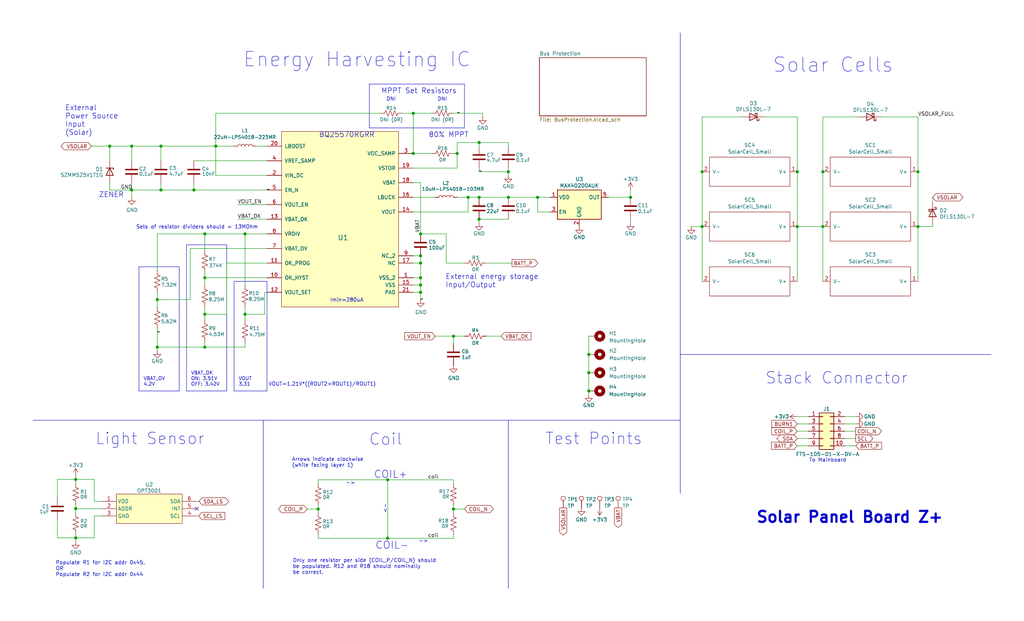
<source format=kicad_sch>
(kicad_sch (version 20230121) (generator eeschema)

  (uuid b5352a33-563a-4ffe-a231-2e68fb54afa3)

  (paper "USLegal")

  (title_block
    (title "PyCubed Mini")
    (date "2023-02-21")
    (rev "B3/01")
    (company "REx Lab Carnegie Mellon University")
    (comment 1 "Z.Manchester")
    (comment 2 "N.Khera")
    (comment 3 "M.Holliday")
  )

  (lib_symbols
    (symbol "Analog_Switch:MAX40200AUK" (in_bom yes) (on_board yes)
      (property "Reference" "U" (at -6.35 6.35 0)
        (effects (font (size 1.27 1.27)))
      )
      (property "Value" "MAX40200AUK" (at 7.62 6.35 0)
        (effects (font (size 1.27 1.27)))
      )
      (property "Footprint" "Package_TO_SOT_SMD:SOT-23-5" (at 0 12.7 0)
        (effects (font (size 1.27 1.27)) hide)
      )
      (property "Datasheet" "https://datasheets.maximintegrated.com/en/ds/MAX40200.pdf" (at 0 12.7 0)
        (effects (font (size 1.27 1.27)) hide)
      )
      (property "ki_keywords" "current switch" (at 0 0 0)
        (effects (font (size 1.27 1.27)) hide)
      )
      (property "ki_description" "Ideal Diode, Ultra-Low Voltage Drop, 1.5-5.5V, 1A, SOT-23-5" (at 0 0 0)
        (effects (font (size 1.27 1.27)) hide)
      )
      (property "ki_fp_filters" "SOT?23*" (at 0 0 0)
        (effects (font (size 1.27 1.27)) hide)
      )
      (symbol "MAX40200AUK_1_1"
        (rectangle (start -7.62 -5.08) (end 7.62 5.08)
          (stroke (width 0.254) (type default))
          (fill (type background))
        )
        (pin power_in line (at -10.16 2.54 0) (length 2.54)
          (name "VDD" (effects (font (size 1.27 1.27))))
          (number "1" (effects (font (size 1.27 1.27))))
        )
        (pin power_in line (at 0 -7.62 90) (length 2.54)
          (name "GND" (effects (font (size 1.27 1.27))))
          (number "2" (effects (font (size 1.27 1.27))))
        )
        (pin input line (at -10.16 -2.54 0) (length 2.54)
          (name "EN" (effects (font (size 1.27 1.27))))
          (number "3" (effects (font (size 1.27 1.27))))
        )
        (pin no_connect line (at 7.62 -2.54 180) (length 2.54) hide
          (name "NC" (effects (font (size 1.27 1.27))))
          (number "4" (effects (font (size 1.27 1.27))))
        )
        (pin passive line (at 10.16 2.54 180) (length 2.54)
          (name "OUT" (effects (font (size 1.27 1.27))))
          (number "5" (effects (font (size 1.27 1.27))))
        )
      )
    )
    (symbol "Connector:TestPoint" (pin_numbers hide) (pin_names (offset 0.762) hide) (in_bom yes) (on_board yes)
      (property "Reference" "TP" (at 0 6.858 0)
        (effects (font (size 1.27 1.27)))
      )
      (property "Value" "TestPoint" (at 0 5.08 0)
        (effects (font (size 1.27 1.27)))
      )
      (property "Footprint" "" (at 5.08 0 0)
        (effects (font (size 1.27 1.27)) hide)
      )
      (property "Datasheet" "~" (at 5.08 0 0)
        (effects (font (size 1.27 1.27)) hide)
      )
      (property "ki_keywords" "test point tp" (at 0 0 0)
        (effects (font (size 1.27 1.27)) hide)
      )
      (property "ki_description" "test point" (at 0 0 0)
        (effects (font (size 1.27 1.27)) hide)
      )
      (property "ki_fp_filters" "Pin* Test*" (at 0 0 0)
        (effects (font (size 1.27 1.27)) hide)
      )
      (symbol "TestPoint_0_1"
        (circle (center 0 3.302) (radius 0.762)
          (stroke (width 0) (type default))
          (fill (type none))
        )
      )
      (symbol "TestPoint_1_1"
        (pin passive line (at 0 0 90) (length 2.54)
          (name "1" (effects (font (size 1.27 1.27))))
          (number "1" (effects (font (size 1.27 1.27))))
        )
      )
    )
    (symbol "Connector_Generic:Conn_02x05_Odd_Even" (pin_names (offset 1.016) hide) (in_bom yes) (on_board yes)
      (property "Reference" "J" (at 1.27 7.62 0)
        (effects (font (size 1.27 1.27)))
      )
      (property "Value" "Conn_02x05_Odd_Even" (at 1.27 -7.62 0)
        (effects (font (size 1.27 1.27)))
      )
      (property "Footprint" "" (at 0 0 0)
        (effects (font (size 1.27 1.27)) hide)
      )
      (property "Datasheet" "~" (at 0 0 0)
        (effects (font (size 1.27 1.27)) hide)
      )
      (property "ki_keywords" "connector" (at 0 0 0)
        (effects (font (size 1.27 1.27)) hide)
      )
      (property "ki_description" "Generic connector, double row, 02x05, odd/even pin numbering scheme (row 1 odd numbers, row 2 even numbers), script generated (kicad-library-utils/schlib/autogen/connector/)" (at 0 0 0)
        (effects (font (size 1.27 1.27)) hide)
      )
      (property "ki_fp_filters" "Connector*:*_2x??_*" (at 0 0 0)
        (effects (font (size 1.27 1.27)) hide)
      )
      (symbol "Conn_02x05_Odd_Even_1_1"
        (rectangle (start -1.27 -4.953) (end 0 -5.207)
          (stroke (width 0.1524) (type default))
          (fill (type none))
        )
        (rectangle (start -1.27 -2.413) (end 0 -2.667)
          (stroke (width 0.1524) (type default))
          (fill (type none))
        )
        (rectangle (start -1.27 0.127) (end 0 -0.127)
          (stroke (width 0.1524) (type default))
          (fill (type none))
        )
        (rectangle (start -1.27 2.667) (end 0 2.413)
          (stroke (width 0.1524) (type default))
          (fill (type none))
        )
        (rectangle (start -1.27 5.207) (end 0 4.953)
          (stroke (width 0.1524) (type default))
          (fill (type none))
        )
        (rectangle (start -1.27 6.35) (end 3.81 -6.35)
          (stroke (width 0.254) (type default))
          (fill (type background))
        )
        (rectangle (start 3.81 -4.953) (end 2.54 -5.207)
          (stroke (width 0.1524) (type default))
          (fill (type none))
        )
        (rectangle (start 3.81 -2.413) (end 2.54 -2.667)
          (stroke (width 0.1524) (type default))
          (fill (type none))
        )
        (rectangle (start 3.81 0.127) (end 2.54 -0.127)
          (stroke (width 0.1524) (type default))
          (fill (type none))
        )
        (rectangle (start 3.81 2.667) (end 2.54 2.413)
          (stroke (width 0.1524) (type default))
          (fill (type none))
        )
        (rectangle (start 3.81 5.207) (end 2.54 4.953)
          (stroke (width 0.1524) (type default))
          (fill (type none))
        )
        (pin passive line (at -5.08 5.08 0) (length 3.81)
          (name "Pin_1" (effects (font (size 1.27 1.27))))
          (number "1" (effects (font (size 1.27 1.27))))
        )
        (pin passive line (at 7.62 -5.08 180) (length 3.81)
          (name "Pin_10" (effects (font (size 1.27 1.27))))
          (number "10" (effects (font (size 1.27 1.27))))
        )
        (pin passive line (at 7.62 5.08 180) (length 3.81)
          (name "Pin_2" (effects (font (size 1.27 1.27))))
          (number "2" (effects (font (size 1.27 1.27))))
        )
        (pin passive line (at -5.08 2.54 0) (length 3.81)
          (name "Pin_3" (effects (font (size 1.27 1.27))))
          (number "3" (effects (font (size 1.27 1.27))))
        )
        (pin passive line (at 7.62 2.54 180) (length 3.81)
          (name "Pin_4" (effects (font (size 1.27 1.27))))
          (number "4" (effects (font (size 1.27 1.27))))
        )
        (pin passive line (at -5.08 0 0) (length 3.81)
          (name "Pin_5" (effects (font (size 1.27 1.27))))
          (number "5" (effects (font (size 1.27 1.27))))
        )
        (pin passive line (at 7.62 0 180) (length 3.81)
          (name "Pin_6" (effects (font (size 1.27 1.27))))
          (number "6" (effects (font (size 1.27 1.27))))
        )
        (pin passive line (at -5.08 -2.54 0) (length 3.81)
          (name "Pin_7" (effects (font (size 1.27 1.27))))
          (number "7" (effects (font (size 1.27 1.27))))
        )
        (pin passive line (at 7.62 -2.54 180) (length 3.81)
          (name "Pin_8" (effects (font (size 1.27 1.27))))
          (number "8" (effects (font (size 1.27 1.27))))
        )
        (pin passive line (at -5.08 -5.08 0) (length 3.81)
          (name "Pin_9" (effects (font (size 1.27 1.27))))
          (number "9" (effects (font (size 1.27 1.27))))
        )
      )
    )
    (symbol "Device:C" (pin_numbers hide) (pin_names (offset 0.254)) (in_bom yes) (on_board yes)
      (property "Reference" "C" (at 0.635 2.54 0)
        (effects (font (size 1.27 1.27)) (justify left))
      )
      (property "Value" "C" (at 0.635 -2.54 0)
        (effects (font (size 1.27 1.27)) (justify left))
      )
      (property "Footprint" "" (at 0.9652 -3.81 0)
        (effects (font (size 1.27 1.27)) hide)
      )
      (property "Datasheet" "~" (at 0 0 0)
        (effects (font (size 1.27 1.27)) hide)
      )
      (property "ki_keywords" "cap capacitor" (at 0 0 0)
        (effects (font (size 1.27 1.27)) hide)
      )
      (property "ki_description" "Unpolarized capacitor" (at 0 0 0)
        (effects (font (size 1.27 1.27)) hide)
      )
      (property "ki_fp_filters" "C_*" (at 0 0 0)
        (effects (font (size 1.27 1.27)) hide)
      )
      (symbol "C_0_1"
        (polyline
          (pts
            (xy -2.032 -0.762)
            (xy 2.032 -0.762)
          )
          (stroke (width 0.508) (type default))
          (fill (type none))
        )
        (polyline
          (pts
            (xy -2.032 0.762)
            (xy 2.032 0.762)
          )
          (stroke (width 0.508) (type default))
          (fill (type none))
        )
      )
      (symbol "C_1_1"
        (pin passive line (at 0 3.81 270) (length 2.794)
          (name "~" (effects (font (size 1.27 1.27))))
          (number "1" (effects (font (size 1.27 1.27))))
        )
        (pin passive line (at 0 -3.81 90) (length 2.794)
          (name "~" (effects (font (size 1.27 1.27))))
          (number "2" (effects (font (size 1.27 1.27))))
        )
      )
    )
    (symbol "Device:D_Schottky" (pin_numbers hide) (pin_names (offset 1.016) hide) (in_bom yes) (on_board yes)
      (property "Reference" "D" (at 0 2.54 0)
        (effects (font (size 1.27 1.27)))
      )
      (property "Value" "D_Schottky" (at 0 -2.54 0)
        (effects (font (size 1.27 1.27)))
      )
      (property "Footprint" "" (at 0 0 0)
        (effects (font (size 1.27 1.27)) hide)
      )
      (property "Datasheet" "~" (at 0 0 0)
        (effects (font (size 1.27 1.27)) hide)
      )
      (property "ki_keywords" "diode Schottky" (at 0 0 0)
        (effects (font (size 1.27 1.27)) hide)
      )
      (property "ki_description" "Schottky diode" (at 0 0 0)
        (effects (font (size 1.27 1.27)) hide)
      )
      (property "ki_fp_filters" "TO-???* *_Diode_* *SingleDiode* D_*" (at 0 0 0)
        (effects (font (size 1.27 1.27)) hide)
      )
      (symbol "D_Schottky_0_1"
        (polyline
          (pts
            (xy 1.27 0)
            (xy -1.27 0)
          )
          (stroke (width 0) (type default))
          (fill (type none))
        )
        (polyline
          (pts
            (xy 1.27 1.27)
            (xy 1.27 -1.27)
            (xy -1.27 0)
            (xy 1.27 1.27)
          )
          (stroke (width 0.254) (type default))
          (fill (type none))
        )
        (polyline
          (pts
            (xy -1.905 0.635)
            (xy -1.905 1.27)
            (xy -1.27 1.27)
            (xy -1.27 -1.27)
            (xy -0.635 -1.27)
            (xy -0.635 -0.635)
          )
          (stroke (width 0.254) (type default))
          (fill (type none))
        )
      )
      (symbol "D_Schottky_1_1"
        (pin passive line (at -3.81 0 0) (length 2.54)
          (name "K" (effects (font (size 1.27 1.27))))
          (number "1" (effects (font (size 1.27 1.27))))
        )
        (pin passive line (at 3.81 0 180) (length 2.54)
          (name "A" (effects (font (size 1.27 1.27))))
          (number "2" (effects (font (size 1.27 1.27))))
        )
      )
    )
    (symbol "Device:L" (pin_numbers hide) (pin_names (offset 1.016) hide) (in_bom yes) (on_board yes)
      (property "Reference" "L" (at -1.27 0 90)
        (effects (font (size 1.27 1.27)))
      )
      (property "Value" "L" (at 1.905 0 90)
        (effects (font (size 1.27 1.27)))
      )
      (property "Footprint" "" (at 0 0 0)
        (effects (font (size 1.27 1.27)) hide)
      )
      (property "Datasheet" "~" (at 0 0 0)
        (effects (font (size 1.27 1.27)) hide)
      )
      (property "ki_keywords" "inductor choke coil reactor magnetic" (at 0 0 0)
        (effects (font (size 1.27 1.27)) hide)
      )
      (property "ki_description" "Inductor" (at 0 0 0)
        (effects (font (size 1.27 1.27)) hide)
      )
      (property "ki_fp_filters" "Choke_* *Coil* Inductor_* L_*" (at 0 0 0)
        (effects (font (size 1.27 1.27)) hide)
      )
      (symbol "L_0_1"
        (arc (start 0 -2.54) (mid 0.6323 -1.905) (end 0 -1.27)
          (stroke (width 0) (type default))
          (fill (type none))
        )
        (arc (start 0 -1.27) (mid 0.6323 -0.635) (end 0 0)
          (stroke (width 0) (type default))
          (fill (type none))
        )
        (arc (start 0 0) (mid 0.6323 0.635) (end 0 1.27)
          (stroke (width 0) (type default))
          (fill (type none))
        )
        (arc (start 0 1.27) (mid 0.6323 1.905) (end 0 2.54)
          (stroke (width 0) (type default))
          (fill (type none))
        )
      )
      (symbol "L_1_1"
        (pin passive line (at 0 3.81 270) (length 1.27)
          (name "1" (effects (font (size 1.27 1.27))))
          (number "1" (effects (font (size 1.27 1.27))))
        )
        (pin passive line (at 0 -3.81 90) (length 1.27)
          (name "2" (effects (font (size 1.27 1.27))))
          (number "2" (effects (font (size 1.27 1.27))))
        )
      )
    )
    (symbol "Device:R_US" (pin_numbers hide) (pin_names (offset 0)) (in_bom yes) (on_board yes)
      (property "Reference" "R" (at 2.54 0 90)
        (effects (font (size 1.27 1.27)))
      )
      (property "Value" "R_US" (at -2.54 0 90)
        (effects (font (size 1.27 1.27)))
      )
      (property "Footprint" "" (at 1.016 -0.254 90)
        (effects (font (size 1.27 1.27)) hide)
      )
      (property "Datasheet" "~" (at 0 0 0)
        (effects (font (size 1.27 1.27)) hide)
      )
      (property "ki_keywords" "R res resistor" (at 0 0 0)
        (effects (font (size 1.27 1.27)) hide)
      )
      (property "ki_description" "Resistor, US symbol" (at 0 0 0)
        (effects (font (size 1.27 1.27)) hide)
      )
      (property "ki_fp_filters" "R_*" (at 0 0 0)
        (effects (font (size 1.27 1.27)) hide)
      )
      (symbol "R_US_0_1"
        (polyline
          (pts
            (xy 0 -2.286)
            (xy 0 -2.54)
          )
          (stroke (width 0) (type default))
          (fill (type none))
        )
        (polyline
          (pts
            (xy 0 2.286)
            (xy 0 2.54)
          )
          (stroke (width 0) (type default))
          (fill (type none))
        )
        (polyline
          (pts
            (xy 0 -0.762)
            (xy 1.016 -1.143)
            (xy 0 -1.524)
            (xy -1.016 -1.905)
            (xy 0 -2.286)
          )
          (stroke (width 0) (type default))
          (fill (type none))
        )
        (polyline
          (pts
            (xy 0 0.762)
            (xy 1.016 0.381)
            (xy 0 0)
            (xy -1.016 -0.381)
            (xy 0 -0.762)
          )
          (stroke (width 0) (type default))
          (fill (type none))
        )
        (polyline
          (pts
            (xy 0 2.286)
            (xy 1.016 1.905)
            (xy 0 1.524)
            (xy -1.016 1.143)
            (xy 0 0.762)
          )
          (stroke (width 0) (type default))
          (fill (type none))
        )
      )
      (symbol "R_US_1_1"
        (pin passive line (at 0 3.81 270) (length 1.27)
          (name "~" (effects (font (size 1.27 1.27))))
          (number "1" (effects (font (size 1.27 1.27))))
        )
        (pin passive line (at 0 -3.81 90) (length 1.27)
          (name "~" (effects (font (size 1.27 1.27))))
          (number "2" (effects (font (size 1.27 1.27))))
        )
      )
    )
    (symbol "Diode:Z1SMAxxx" (pin_numbers hide) (pin_names hide) (in_bom yes) (on_board yes)
      (property "Reference" "D" (at 0 2.54 0)
        (effects (font (size 1.27 1.27)))
      )
      (property "Value" "Z1SMAxxx" (at 0 -2.54 0)
        (effects (font (size 1.27 1.27)))
      )
      (property "Footprint" "Diode_SMD:D_SMA" (at 0 -4.445 0)
        (effects (font (size 1.27 1.27)) hide)
      )
      (property "Datasheet" "https://diotec.com/tl_files/diotec/files/pdf/datasheets/z1sma1.pdf" (at 0 0 0)
        (effects (font (size 1.27 1.27)) hide)
      )
      (property "ki_keywords" "zener diode" (at 0 0 0)
        (effects (font (size 1.27 1.27)) hide)
      )
      (property "ki_description" "1000mW Zener Diode, SMA(DO-214AC)" (at 0 0 0)
        (effects (font (size 1.27 1.27)) hide)
      )
      (property "ki_fp_filters" "D?SMA*" (at 0 0 0)
        (effects (font (size 1.27 1.27)) hide)
      )
      (symbol "Z1SMAxxx_0_1"
        (polyline
          (pts
            (xy 1.27 0)
            (xy -1.27 0)
          )
          (stroke (width 0) (type default))
          (fill (type none))
        )
        (polyline
          (pts
            (xy -1.27 -1.27)
            (xy -1.27 1.27)
            (xy -0.762 1.27)
          )
          (stroke (width 0.254) (type default))
          (fill (type none))
        )
        (polyline
          (pts
            (xy 1.27 -1.27)
            (xy 1.27 1.27)
            (xy -1.27 0)
            (xy 1.27 -1.27)
          )
          (stroke (width 0.254) (type default))
          (fill (type none))
        )
      )
      (symbol "Z1SMAxxx_1_1"
        (pin passive line (at -3.81 0 0) (length 2.54)
          (name "K" (effects (font (size 1.27 1.27))))
          (number "1" (effects (font (size 1.27 1.27))))
        )
        (pin passive line (at 3.81 0 180) (length 2.54)
          (name "A" (effects (font (size 1.27 1.27))))
          (number "2" (effects (font (size 1.27 1.27))))
        )
      )
    )
    (symbol "Mechanical:MountingHole_Pad" (pin_numbers hide) (pin_names (offset 1.016) hide) (in_bom yes) (on_board yes)
      (property "Reference" "H" (at 0 6.35 0)
        (effects (font (size 1.27 1.27)))
      )
      (property "Value" "MountingHole_Pad" (at 0 4.445 0)
        (effects (font (size 1.27 1.27)))
      )
      (property "Footprint" "" (at 0 0 0)
        (effects (font (size 1.27 1.27)) hide)
      )
      (property "Datasheet" "~" (at 0 0 0)
        (effects (font (size 1.27 1.27)) hide)
      )
      (property "ki_keywords" "mounting hole" (at 0 0 0)
        (effects (font (size 1.27 1.27)) hide)
      )
      (property "ki_description" "Mounting Hole with connection" (at 0 0 0)
        (effects (font (size 1.27 1.27)) hide)
      )
      (property "ki_fp_filters" "MountingHole*Pad*" (at 0 0 0)
        (effects (font (size 1.27 1.27)) hide)
      )
      (symbol "MountingHole_Pad_0_1"
        (circle (center 0 1.27) (radius 1.27)
          (stroke (width 1.27) (type default))
          (fill (type none))
        )
      )
      (symbol "MountingHole_Pad_1_1"
        (pin input line (at 0 -2.54 90) (length 2.54)
          (name "1" (effects (font (size 1.27 1.27))))
          (number "1" (effects (font (size 1.27 1.27))))
        )
      )
    )
    (symbol "power:+3V3" (power) (pin_names (offset 0)) (in_bom yes) (on_board yes)
      (property "Reference" "#PWR" (at 0 -3.81 0)
        (effects (font (size 1.27 1.27)) hide)
      )
      (property "Value" "+3V3" (at 0 3.556 0)
        (effects (font (size 1.27 1.27)))
      )
      (property "Footprint" "" (at 0 0 0)
        (effects (font (size 1.27 1.27)) hide)
      )
      (property "Datasheet" "" (at 0 0 0)
        (effects (font (size 1.27 1.27)) hide)
      )
      (property "ki_keywords" "global power" (at 0 0 0)
        (effects (font (size 1.27 1.27)) hide)
      )
      (property "ki_description" "Power symbol creates a global label with name \"+3V3\"" (at 0 0 0)
        (effects (font (size 1.27 1.27)) hide)
      )
      (symbol "+3V3_0_1"
        (polyline
          (pts
            (xy -0.762 1.27)
            (xy 0 2.54)
          )
          (stroke (width 0) (type default))
          (fill (type none))
        )
        (polyline
          (pts
            (xy 0 0)
            (xy 0 2.54)
          )
          (stroke (width 0) (type default))
          (fill (type none))
        )
        (polyline
          (pts
            (xy 0 2.54)
            (xy 0.762 1.27)
          )
          (stroke (width 0) (type default))
          (fill (type none))
        )
      )
      (symbol "+3V3_1_1"
        (pin power_in line (at 0 0 90) (length 0) hide
          (name "+3V3" (effects (font (size 1.27 1.27))))
          (number "1" (effects (font (size 1.27 1.27))))
        )
      )
    )
    (symbol "power:GND" (power) (pin_names (offset 0)) (in_bom yes) (on_board yes)
      (property "Reference" "#PWR" (at 0 -6.35 0)
        (effects (font (size 1.27 1.27)) hide)
      )
      (property "Value" "GND" (at 0 -3.81 0)
        (effects (font (size 1.27 1.27)))
      )
      (property "Footprint" "" (at 0 0 0)
        (effects (font (size 1.27 1.27)) hide)
      )
      (property "Datasheet" "" (at 0 0 0)
        (effects (font (size 1.27 1.27)) hide)
      )
      (property "ki_keywords" "global power" (at 0 0 0)
        (effects (font (size 1.27 1.27)) hide)
      )
      (property "ki_description" "Power symbol creates a global label with name \"GND\" , ground" (at 0 0 0)
        (effects (font (size 1.27 1.27)) hide)
      )
      (symbol "GND_0_1"
        (polyline
          (pts
            (xy 0 0)
            (xy 0 -1.27)
            (xy 1.27 -1.27)
            (xy 0 -2.54)
            (xy -1.27 -1.27)
            (xy 0 -1.27)
          )
          (stroke (width 0) (type default))
          (fill (type none))
        )
      )
      (symbol "GND_1_1"
        (pin power_in line (at 0 0 270) (length 0) hide
          (name "GND" (effects (font (size 1.27 1.27))))
          (number "1" (effects (font (size 1.27 1.27))))
        )
      )
    )
    (symbol "solarpanels:BQ25570RGRR" (pin_names (offset 1.016)) (in_bom yes) (on_board yes)
      (property "Reference" "U" (at 0 3.81 0)
        (effects (font (size 1.7526 1.7526)))
      )
      (property "Value" "BQ25570RGRR" (at 0 0 0)
        (effects (font (size 1.7526 1.7526)))
      )
      (property "Footprint" "solarpanels:QFN50P350X350X100-21N-D" (at 0 -33.02 0)
        (effects (font (size 1.27 1.27)) hide)
      )
      (property "Datasheet" "" (at 0 0 0)
        (effects (font (size 1.27 1.27)) hide)
      )
      (symbol "BQ25570RGRR_0_1"
        (rectangle (start -20.32 30.48) (end 20.32 -30.48)
          (stroke (width 0) (type default))
          (fill (type background))
        )
      )
      (symbol "BQ25570RGRR_1_0"
        (pin power_in line (at 25.4 -20.32 180) (length 5.08)
          (name "VSS_2" (effects (font (size 1.27 1.27))))
          (number "1" (effects (font (size 1.27 1.27))))
        )
        (pin input line (at -25.4 -20.32 0) (length 5.08)
          (name "OK_HYST" (effects (font (size 1.27 1.27))))
          (number "10" (effects (font (size 1.27 1.27))))
        )
        (pin input line (at -25.4 -15.24 0) (length 5.08)
          (name "OK_PROG" (effects (font (size 1.27 1.27))))
          (number "11" (effects (font (size 1.27 1.27))))
        )
        (pin input line (at -25.4 -25.4 0) (length 5.08)
          (name "VOUT_SET" (effects (font (size 1.27 1.27))))
          (number "12" (effects (font (size 1.27 1.27))))
        )
        (pin output line (at -25.4 0 0) (length 5.08)
          (name "VBAT_OK" (effects (font (size 1.27 1.27))))
          (number "13" (effects (font (size 1.27 1.27))))
        )
        (pin power_in line (at 25.4 2.54 180) (length 5.08)
          (name "VOUT" (effects (font (size 1.27 1.27))))
          (number "14" (effects (font (size 1.27 1.27))))
        )
        (pin power_in line (at 25.4 -22.86 180) (length 5.08)
          (name "VSS" (effects (font (size 1.27 1.27))))
          (number "15" (effects (font (size 1.27 1.27))))
        )
        (pin passive line (at 25.4 7.62 180) (length 5.08)
          (name "LBUCK" (effects (font (size 1.27 1.27))))
          (number "16" (effects (font (size 1.27 1.27))))
        )
        (pin passive line (at 25.4 -15.24 180) (length 5.08)
          (name "NC" (effects (font (size 1.27 1.27))))
          (number "17" (effects (font (size 1.27 1.27))))
        )
        (pin bidirectional line (at 25.4 12.7 180) (length 5.08)
          (name "VBAT" (effects (font (size 1.27 1.27))))
          (number "18" (effects (font (size 1.27 1.27))))
        )
        (pin power_in line (at 25.4 17.78 180) (length 5.08)
          (name "VSTOR" (effects (font (size 1.27 1.27))))
          (number "19" (effects (font (size 1.27 1.27))))
        )
        (pin power_in line (at -25.4 15.24 0) (length 5.08)
          (name "VIN_DC" (effects (font (size 1.27 1.27))))
          (number "2" (effects (font (size 1.27 1.27))))
        )
        (pin input line (at -25.4 25.4 0) (length 5.08)
          (name "LBOOST" (effects (font (size 1.27 1.27))))
          (number "20" (effects (font (size 1.27 1.27))))
        )
        (pin power_in line (at 25.4 -25.4 180) (length 5.08)
          (name "PAD" (effects (font (size 1.27 1.27))))
          (number "21" (effects (font (size 1.27 1.27))))
        )
        (pin input line (at 25.4 22.86 180) (length 5.08)
          (name "VOC_SAMP" (effects (font (size 1.27 1.27))))
          (number "3" (effects (font (size 1.27 1.27))))
        )
        (pin input line (at -25.4 20.32 0) (length 5.08)
          (name "VREF_SAMP" (effects (font (size 1.27 1.27))))
          (number "4" (effects (font (size 1.27 1.27))))
        )
        (pin input line (at -25.4 10.16 0) (length 5.08)
          (name "EN_N" (effects (font (size 1.27 1.27))))
          (number "5" (effects (font (size 1.27 1.27))))
        )
        (pin input line (at -25.4 5.08 0) (length 5.08)
          (name "VOUT_EN" (effects (font (size 1.27 1.27))))
          (number "6" (effects (font (size 1.27 1.27))))
        )
        (pin input line (at -25.4 -10.16 0) (length 5.08)
          (name "VBAT_OV" (effects (font (size 1.27 1.27))))
          (number "7" (effects (font (size 1.27 1.27))))
        )
        (pin output line (at -25.4 -5.08 0) (length 5.08)
          (name "VRDIV" (effects (font (size 1.27 1.27))))
          (number "8" (effects (font (size 1.27 1.27))))
        )
        (pin power_in line (at 25.4 -12.7 180) (length 5.08)
          (name "NC_2" (effects (font (size 1.27 1.27))))
          (number "9" (effects (font (size 1.27 1.27))))
        )
      )
    )
    (symbol "solarpanels:OPT3001" (in_bom yes) (on_board yes)
      (property "Reference" "U2" (at 0 8.255 0)
        (effects (font (size 1.27 1.27)))
      )
      (property "Value" "OPT3001" (at 0 6.223 0)
        (effects (font (size 1.27 1.27)))
      )
      (property "Footprint" "solarpanels:OPT3001" (at 0 -6.35 0)
        (effects (font (size 1.27 1.27)) hide)
      )
      (property "Datasheet" "" (at 0 0 0)
        (effects (font (size 1.27 1.27)) hide)
      )
      (symbol "OPT3001_0_0"
        (pin unspecified line (at -16.51 2.54 0) (length 5.08)
          (name "VDD" (effects (font (size 1.27 1.27))))
          (number "1" (effects (font (size 1.27 1.27))))
        )
        (pin unspecified line (at -16.51 0 0) (length 5.08)
          (name "ADDR" (effects (font (size 1.27 1.27))))
          (number "2" (effects (font (size 1.27 1.27))))
        )
        (pin unspecified line (at -16.51 -2.54 0) (length 5.08)
          (name "GND" (effects (font (size 1.27 1.27))))
          (number "3" (effects (font (size 1.27 1.27))))
        )
        (pin unspecified line (at 16.51 -2.54 180) (length 5.08)
          (name "SCL" (effects (font (size 1.27 1.27))))
          (number "4" (effects (font (size 1.27 1.27))))
        )
        (pin unspecified line (at 16.51 0 180) (length 5.08)
          (name "INT" (effects (font (size 1.27 1.27))))
          (number "5" (effects (font (size 1.27 1.27))))
        )
        (pin unspecified line (at 16.51 2.54 180) (length 5.08)
          (name "SDA" (effects (font (size 1.27 1.27))))
          (number "6" (effects (font (size 1.27 1.27))))
        )
        (pin unspecified line (at -16.51 -2.54 0) (length 5.08) hide
          (name "GND" (effects (font (size 1.27 1.27))))
          (number "7" (effects (font (size 1.27 1.27))))
        )
      )
      (symbol "OPT3001_0_1"
        (polyline
          (pts
            (xy -11.43 5.08)
            (xy 11.43 5.08)
            (xy 11.43 -5.08)
            (xy -11.43 -5.08)
            (xy -11.43 5.08)
          )
          (stroke (width 0.1524) (type default))
          (fill (type background))
        )
      )
    )
    (symbol "solarpanels:SolarCell_Small" (pin_names (offset 1.016)) (in_bom yes) (on_board yes)
      (property "Reference" "SC" (at 0 -1.27 0)
        (effects (font (size 1.27 1.27)))
      )
      (property "Value" "SolarCell_Small" (at 0 1.27 0)
        (effects (font (size 1.27 1.27)))
      )
      (property "Footprint" "solarpanels:KXOB25-05X3F" (at 0 6.35 0)
        (effects (font (size 1.27 1.27)) hide)
      )
      (property "Datasheet" "" (at 5.08 0 90)
        (effects (font (size 1.27 1.27)) hide)
      )
      (symbol "SolarCell_Small_0_1"
        (rectangle (start -13.97 -5.08) (end 13.97 5.08)
          (stroke (width 0) (type default))
          (fill (type none))
        )
      )
      (symbol "SolarCell_Small_1_1"
        (pin bidirectional line (at -16.51 0 0) (length 2.54)
          (name "V+" (effects (font (size 1.27 1.27))))
          (number "1" (effects (font (size 1.27 1.27))))
        )
        (pin bidirectional line (at 16.51 0 180) (length 2.54)
          (name "V-" (effects (font (size 1.27 1.27))))
          (number "2" (effects (font (size 1.27 1.27))))
        )
      )
    )
  )

  (junction (at 38.1 50.8) (diameter 0) (color 0 0 0 0)
    (uuid 0351df45-d042-41d4-ba35-88092c7be2fc)
  )
  (junction (at 166.37 49.53) (diameter 0) (color 0 0 0 0)
    (uuid 0755aee5-bc01-4cb5-b830-583289df50a3)
  )
  (junction (at 26.289 186.944) (diameter 0) (color 0 0 0 0)
    (uuid 0a1a4d88-972a-46ce-b25e-6cb796bd41f7)
  )
  (junction (at 54.61 104.14) (diameter 0) (color 0 0 0 0)
    (uuid 0c3dceba-7c95-4b3d-b590-0eb581444beb)
  )
  (junction (at 143.51 53.34) (diameter 0) (color 0 0 0 0)
    (uuid 16bd6381-8ac0-4bf2-9dce-ecc20c724b8d)
  )
  (junction (at 45.72 66.04) (diameter 0) (color 0 0 0 0)
    (uuid 25d545dc-8f50-4573-922c-35ef5a2a3a19)
  )
  (junction (at 146.05 88.9) (diameter 0) (color 0 0 0 0)
    (uuid 3df42559-8fee-4c63-86f6-cae1321bd50a)
  )
  (junction (at 110.49 176.911) (diameter 0) (color 0 0 0 0)
    (uuid 410616be-952b-4a74-b2d1-5cad275bd988)
  )
  (junction (at 204.47 123.19) (diameter 0) (color 0 0 0 0)
    (uuid 43248abc-fc95-41a9-9163-0247beacb268)
  )
  (junction (at 26.289 166.624) (diameter 0) (color 0 0 0 0)
    (uuid 4c843bdb-6c9e-40dd-85e2-0567846e18ba)
  )
  (junction (at 71.12 109.22) (diameter 0) (color 0 0 0 0)
    (uuid 5114c7bf-b955-49f3-a0a8-4b954c81bde0)
  )
  (junction (at 157.48 176.911) (diameter 0) (color 0 0 0 0)
    (uuid 528c8586-3215-49cf-98bd-408700f1698b)
  )
  (junction (at 74.93 50.8) (diameter 0) (color 0 0 0 0)
    (uuid 5dabf3ae-2a69-42c0-afd2-75d655dd41d9)
  )
  (junction (at 186.69 68.58) (diameter 0) (color 0 0 0 0)
    (uuid 5f0e6666-ba26-47c0-81c7-5b615026f113)
  )
  (junction (at 285.75 78.74) (diameter 0) (color 0 0 0 0)
    (uuid 6325c32f-c82a-4357-b022-f9c7e76f412e)
  )
  (junction (at 85.09 81.28) (diameter 0) (color 0 0 0 0)
    (uuid 67bee25e-cac4-42d9-9ff9-253ce55e4651)
  )
  (junction (at 54.61 120.65) (diameter 0) (color 0 0 0 0)
    (uuid 71313424-6bff-411a-af59-1cf0a16fe298)
  )
  (junction (at 85.09 109.22) (diameter 0) (color 0 0 0 0)
    (uuid 770ad51a-7219-4633-b24a-bd20feb0a6c5)
  )
  (junction (at 162.56 68.58) (diameter 0) (color 0 0 0 0)
    (uuid 7757a51f-2615-43e6-b907-99308acfc072)
  )
  (junction (at 71.12 96.52) (diameter 0) (color 0 0 0 0)
    (uuid 789ca812-3e0c-4a3f-97bc-a916dd9bce80)
  )
  (junction (at 176.53 59.69) (diameter 0) (color 0 0 0 0)
    (uuid 7b8f22d8-11de-4d50-bb29-770c71ebf1d2)
  )
  (junction (at 55.88 50.8) (diameter 0) (color 0 0 0 0)
    (uuid 8d9a3ecc-539f-41da-8099-d37cea9c28e7)
  )
  (junction (at 243.84 59.69) (diameter 0) (color 0 0 0 0)
    (uuid 90e761f6-1432-4f73-ad28-fa8869b7ec31)
  )
  (junction (at 285.75 59.69) (diameter 0) (color 0 0 0 0)
    (uuid 9390234f-bf3f-46cd-b6a0-8a438ec76e9f)
  )
  (junction (at 146.05 81.28) (diameter 0) (color 0 0 0 0)
    (uuid 955b9649-4313-4523-a28a-680c074f984c)
  )
  (junction (at 146.05 96.52) (diameter 0) (color 0 0 0 0)
    (uuid 9b0a1687-7e1b-4a04-a30b-c27a072a2949)
  )
  (junction (at 146.05 101.6) (diameter 0) (color 0 0 0 0)
    (uuid 9e1b837f-0d34-4a18-9644-9ee68f141f46)
  )
  (junction (at 71.12 120.65) (diameter 0) (color 0 0 0 0)
    (uuid 9e4c3a51-7a24-462f-8977-2f755daadded)
  )
  (junction (at 143.51 39.37) (diameter 0) (color 0 0 0 0)
    (uuid a5cd8da1-8f7f-4f80-bb23-0317de562222)
  )
  (junction (at 243.84 78.74) (diameter 0) (color 0 0 0 0)
    (uuid a6738794-75ae-48a6-8949-ed8717400d71)
  )
  (junction (at 276.86 78.74) (diameter 0) (color 0 0 0 0)
    (uuid a7f25f41-0b4c-4430-b6cd-b2160b2db099)
  )
  (junction (at 218.948 68.58) (diameter 0) (color 0 0 0 0)
    (uuid b18d44c7-ab7d-4113-93ca-40c0165d113d)
  )
  (junction (at 157.48 116.84) (diameter 0) (color 0 0 0 0)
    (uuid b3783ecf-9ca0-4cdb-864e-a6bbb95e0bd8)
  )
  (junction (at 134.62 166.751) (diameter 0) (color 0 0 0 0)
    (uuid b497ea13-0a1e-48a8-bd4a-9f1dc2c6f33c)
  )
  (junction (at 318.77 78.74) (diameter 0) (color 0 0 0 0)
    (uuid b7bf6e08-7978-4190-aff5-c90d967f0f9c)
  )
  (junction (at 158.75 53.34) (diameter 0) (color 0 0 0 0)
    (uuid bab67267-f5fe-41ae-ac89-731deed60a7d)
  )
  (junction (at 26.289 176.784) (diameter 0) (color 0 0 0 0)
    (uuid badd7e18-23cf-4437-afbe-ddc61e5371e4)
  )
  (junction (at 146.05 99.06) (diameter 0) (color 0 0 0 0)
    (uuid c01d25cd-f4bb-4ef3-b5ea-533a2a4ddb2b)
  )
  (junction (at 166.37 76.2) (diameter 0) (color 0 0 0 0)
    (uuid c30146c7-1026-42ff-907e-4021898cc0a9)
  )
  (junction (at 67.31 66.04) (diameter 0) (color 0 0 0 0)
    (uuid c43663ee-9a0d-4f27-a292-89ba89964065)
  )
  (junction (at 55.88 66.04) (diameter 0) (color 0 0 0 0)
    (uuid c830e3bc-dc64-4f65-8f47-3b106bae2807)
  )
  (junction (at 318.77 59.69) (diameter 0) (color 0 0 0 0)
    (uuid ccc4cc25-ac17-45ef-825c-e079951ffb21)
  )
  (junction (at 276.86 59.69) (diameter 0) (color 0 0 0 0)
    (uuid d01102e9-b170-4eb1-a0a4-9a31feb850b7)
  )
  (junction (at 134.62 187.071) (diameter 0) (color 0 0 0 0)
    (uuid d34fb94a-62ae-4141-9a68-e6dc603eceb4)
  )
  (junction (at 204.47 129.54) (diameter 0) (color 0 0 0 0)
    (uuid d74dfba2-2ba6-485e-a56a-75aed13d551e)
  )
  (junction (at 204.47 135.89) (diameter 0) (color 0 0 0 0)
    (uuid db622cad-c872-43a7-a2f2-2f1578a1f169)
  )
  (junction (at 176.53 68.58) (diameter 0) (color 0 0 0 0)
    (uuid dc4b2d6a-29c3-4d9f-a93a-39bcb3a58efb)
  )
  (junction (at 71.12 81.28) (diameter 0) (color 0 0 0 0)
    (uuid e43dbe34-ed17-4e35-a5c7-2f1679b3c415)
  )
  (junction (at 45.72 50.8) (diameter 0) (color 0 0 0 0)
    (uuid e472dac4-5b65-4920-b8b2-6065d140a69d)
  )
  (junction (at 146.05 91.44) (diameter 0) (color 0 0 0 0)
    (uuid ee27d19c-8dca-4ac8-a760-6dfd54d28071)
  )
  (junction (at 166.37 68.58) (diameter 0) (color 0 0 0 0)
    (uuid f647376f-5658-47f1-8af7-63ff13c84263)
  )

  (no_connect (at 68.326 176.784) (uuid 91b7d80f-7a2d-4c2b-8bbf-6a702f080a33))

  (wire (pts (xy 143.51 101.6) (xy 146.05 101.6))
    (stroke (width 0) (type default))
    (uuid 003c2200-0632-4808-a662-8ddd5d30c768)
  )
  (wire (pts (xy 318.77 78.74) (xy 323.85 78.74))
    (stroke (width 0) (type default))
    (uuid 04152b4c-3958-4af6-834e-32f01d31a63f)
  )
  (wire (pts (xy 38.1 63.5) (xy 38.1 66.04))
    (stroke (width 0) (type default))
    (uuid 04c41bfe-d16b-4581-b5f6-7a4e0263b180)
  )
  (wire (pts (xy 66.04 86.36) (xy 92.71 86.36))
    (stroke (width 0) (type default))
    (uuid 071c72b8-c7ba-4f50-8575-9fdf2b6fe360)
  )
  (wire (pts (xy 243.84 97.79) (xy 243.84 78.74))
    (stroke (width 0) (type default))
    (uuid 07d160b6-23e1-4aa0-95cb-440482e6fc15)
  )
  (wire (pts (xy 146.05 91.44) (xy 146.05 88.9))
    (stroke (width 0) (type default))
    (uuid 08a7c925-7fae-4530-b0c9-120e185cb318)
  )
  (polyline (pts (xy 78.74 85.09) (xy 78.74 135.89))
    (stroke (width 0) (type default))
    (uuid 099096e4-8c2a-4d84-a16f-06b4b6330e7a)
  )

  (wire (pts (xy 71.12 106.68) (xy 71.12 109.22))
    (stroke (width 0) (type default))
    (uuid 0ac632a2-4d26-4604-a50f-8a4c48acc50d)
  )
  (wire (pts (xy 276.86 40.64) (xy 265.43 40.64))
    (stroke (width 0) (type default))
    (uuid 0ceb97d6-1b0f-4b71-921e-b0955c30c998)
  )
  (wire (pts (xy 110.49 175.641) (xy 110.49 176.911))
    (stroke (width 0) (type default))
    (uuid 0d702525-920a-4a16-aa43-c3b9126905de)
  )
  (polyline (pts (xy 81.28 97.79) (xy 92.71 97.79))
    (stroke (width 0) (type default))
    (uuid 0e1ed1c5-7428-4dc7-b76e-49b2d5f8177d)
  )

  (wire (pts (xy 204.47 123.19) (xy 204.47 129.54))
    (stroke (width 0) (type default))
    (uuid 0e9e991f-b114-472c-8e50-e3117ae801ba)
  )
  (wire (pts (xy 85.09 118.999) (xy 85.09 120.65))
    (stroke (width 0) (type default))
    (uuid 12ef5354-6058-4e6c-8693-d8ff90c973e0)
  )
  (wire (pts (xy 146.05 81.28) (xy 146.05 63.5))
    (stroke (width 0) (type default))
    (uuid 13c0ff76-ed71-4cd9-abb0-92c376825d5d)
  )
  (polyline (pts (xy 92.71 97.79) (xy 92.71 135.89))
    (stroke (width 0) (type default))
    (uuid 14c51520-6d91-4098-a59a-5121f2a898f7)
  )

  (wire (pts (xy 204.47 137.16) (xy 204.47 135.89))
    (stroke (width 0) (type default))
    (uuid 16fd9578-6d3f-4311-9a5e-d2d31cd2c52a)
  )
  (wire (pts (xy 32.766 179.324) (xy 35.306 179.324))
    (stroke (width 0) (type default))
    (uuid 17d32daf-b0eb-440b-b331-945377d80667)
  )
  (wire (pts (xy 78.74 91.44) (xy 92.71 91.44))
    (stroke (width 0) (type default))
    (uuid 182b2d54-931d-49d6-9f39-60a752623e36)
  )
  (wire (pts (xy 54.61 120.65) (xy 71.12 120.65))
    (stroke (width 0) (type default))
    (uuid 18306a46-476a-4f63-bd18-602cf82df125)
  )
  (wire (pts (xy 158.75 53.34) (xy 158.75 58.42))
    (stroke (width 0) (type default))
    (uuid 19fb7d3b-40ed-4406-bd05-ebf739fb6187)
  )
  (wire (pts (xy 157.48 39.37) (xy 167.64 39.37))
    (stroke (width 0) (type default))
    (uuid 1a6d2848-e78e-49fe-8978-e1890f07836f)
  )
  (wire (pts (xy 82.55 76.2) (xy 92.71 76.2))
    (stroke (width 0) (type default))
    (uuid 1baa27db-9af1-4255-98a2-bef50bff4187)
  )
  (wire (pts (xy 139.7 39.37) (xy 143.51 39.37))
    (stroke (width 0) (type default))
    (uuid 1d7d00d7-d17c-422e-b912-657a60b8564d)
  )
  (wire (pts (xy 176.53 60.96) (xy 176.53 59.69))
    (stroke (width 0) (type default))
    (uuid 2018aded-e4b8-4267-b455-f28080a40736)
  )
  (wire (pts (xy 143.51 99.06) (xy 146.05 99.06))
    (stroke (width 0) (type default))
    (uuid 240e07e1-770b-4b27-894f-29fd601c924d)
  )
  (wire (pts (xy 243.84 40.64) (xy 243.84 59.69))
    (stroke (width 0) (type default))
    (uuid 24b72b0d-63b8-4e06-89d0-e94dcf39a600)
  )
  (wire (pts (xy 176.53 58.42) (xy 176.53 59.69))
    (stroke (width 0) (type default))
    (uuid 24f7628d-681d-4f0e-8409-40a129e929d9)
  )
  (wire (pts (xy 110.49 185.801) (xy 110.49 187.071))
    (stroke (width 0) (type default))
    (uuid 2749eca7-d2c9-4462-a1fc-2ae31fe46beb)
  )
  (wire (pts (xy 45.72 50.8) (xy 55.88 50.8))
    (stroke (width 0) (type default))
    (uuid 275aa44a-b61f-489f-9e2a-819a0fe0d1eb)
  )
  (wire (pts (xy 32.766 186.944) (xy 32.766 179.324))
    (stroke (width 0) (type default))
    (uuid 29bb7297-26fb-4776-9266-2355d022bab0)
  )
  (wire (pts (xy 318.77 40.64) (xy 318.77 59.69))
    (stroke (width 0) (type default))
    (uuid 2b5a9ad3-7ec4-447d-916c-47adf5f9674f)
  )
  (polyline (pts (xy 92.71 135.89) (xy 81.28 135.89))
    (stroke (width 0) (type default))
    (uuid 2d67a417-188f-4014-9282-000265d80009)
  )

  (wire (pts (xy 146.05 104.14) (xy 146.05 101.6))
    (stroke (width 0) (type default))
    (uuid 2d6db888-4e40-41c8-b701-07170fc894bc)
  )
  (wire (pts (xy 85.09 81.28) (xy 85.09 99.06))
    (stroke (width 0) (type default))
    (uuid 2dc272bd-3aa2-45b5-889d-1d3c8aac80f8)
  )
  (wire (pts (xy 151.13 116.84) (xy 157.48 116.84))
    (stroke (width 0) (type default))
    (uuid 2e842263-c0ba-46fd-a760-6624d4c78278)
  )
  (wire (pts (xy 134.62 166.751) (xy 157.48 166.751))
    (stroke (width 0) (type default))
    (uuid 2eba6f66-616c-409e-a08c-cded7a14b9d0)
  )
  (wire (pts (xy 166.37 76.2) (xy 176.53 76.2))
    (stroke (width 0) (type default))
    (uuid 2f215f15-3d52-4c91-93e6-3ea03a95622f)
  )
  (wire (pts (xy 19.939 172.974) (xy 19.939 166.624))
    (stroke (width 0) (type default))
    (uuid 30317bf0-88bb-49e7-bf8b-9f3883982225)
  )
  (polyline (pts (xy 176.53 146.05) (xy 176.53 204.47))
    (stroke (width 0) (type default))
    (uuid 3292e898-752c-420c-a26c-2c5a9becd2b5)
  )

  (wire (pts (xy 26.289 165.354) (xy 26.289 166.624))
    (stroke (width 0) (type default))
    (uuid 333b7717-5a5d-4bef-ad42-34da713a88c7)
  )
  (wire (pts (xy 26.289 175.514) (xy 26.289 176.784))
    (stroke (width 0) (type default))
    (uuid 345482f0-4747-4afd-8f72-f29b83207cce)
  )
  (polyline (pts (xy 64.77 135.89) (xy 64.77 85.09))
    (stroke (width 0) (type default))
    (uuid 34a74736-156e-4bf3-9200-cd137cfa59da)
  )
  (polyline (pts (xy 236.22 11.43) (xy 236.22 171.45))
    (stroke (width 0) (type default))
    (uuid 353fd8c3-faf3-47ab-987c-8278dc021df3)
  )

  (wire (pts (xy 74.93 50.8) (xy 74.93 60.96))
    (stroke (width 0) (type default))
    (uuid 355e7f7e-441e-4b4d-9811-c601872f84f8)
  )
  (wire (pts (xy 134.62 187.071) (xy 157.48 187.071))
    (stroke (width 0) (type default))
    (uuid 3568f942-4e28-48d4-827f-0f7348f65959)
  )
  (wire (pts (xy 26.289 186.944) (xy 32.766 186.944))
    (stroke (width 0) (type default))
    (uuid 36d783e7-096f-4c97-9672-7e08c083b87b)
  )
  (wire (pts (xy 74.93 39.37) (xy 74.93 50.8))
    (stroke (width 0) (type default))
    (uuid 37e8181c-a81e-498b-b2e2-0aef0c391059)
  )
  (wire (pts (xy 285.75 78.74) (xy 276.86 78.74))
    (stroke (width 0) (type default))
    (uuid 394053f2-c81e-4d71-a155-4876813072f0)
  )
  (polyline (pts (xy 161.29 44.45) (xy 128.27 44.45))
    (stroke (width 0) (type default))
    (uuid 3a52f112-cb97-43db-aaeb-20afe27664d7)
  )

  (wire (pts (xy 166.37 58.42) (xy 166.37 59.69))
    (stroke (width 0) (type default))
    (uuid 3a7648d8-121a-4921-9b92-9b35b76ce39b)
  )
  (polyline (pts (xy 91.44 146.05) (xy 91.44 204.47))
    (stroke (width 0) (type default))
    (uuid 3d5ecf39-973d-4906-9b6a-cf2557b54ed3)
  )

  (wire (pts (xy 68.326 174.244) (xy 69.088 174.244))
    (stroke (width 0) (type default))
    (uuid 3dcf0b9a-9d78-47dc-828e-4e0ac37f4a7b)
  )
  (wire (pts (xy 19.939 166.624) (xy 26.289 166.624))
    (stroke (width 0) (type default))
    (uuid 3e915099-a18e-49f4-89bb-abe64c2dade5)
  )
  (wire (pts (xy 67.31 66.04) (xy 67.31 63.5))
    (stroke (width 0) (type default))
    (uuid 40165eda-4ba6-4565-9bb4-b9df6dbb08da)
  )
  (polyline (pts (xy 161.29 29.21) (xy 161.29 44.45))
    (stroke (width 0) (type default))
    (uuid 41acfe41-fac7-432a-a7a3-946566e2d504)
  )

  (wire (pts (xy 276.86 154.94) (xy 280.67 154.94))
    (stroke (width 0) (type default))
    (uuid 41ef105f-8268-405a-b9ae-65f6cbc3dc8c)
  )
  (wire (pts (xy 54.61 114.3) (xy 54.61 120.65))
    (stroke (width 0) (type default))
    (uuid 43027acb-0993-4cda-bda8-5166cf992fee)
  )
  (wire (pts (xy 204.47 116.84) (xy 204.47 123.19))
    (stroke (width 0) (type default))
    (uuid 443172c9-b365-42cd-b826-dcdd767a073f)
  )
  (wire (pts (xy 257.81 40.64) (xy 243.84 40.64))
    (stroke (width 0) (type default))
    (uuid 4431c0f6-83ea-4eee-95a8-991da2f03ccd)
  )
  (wire (pts (xy 211.328 68.58) (xy 218.948 68.58))
    (stroke (width 0) (type default))
    (uuid 44d3c008-c4a9-4970-90e0-af58bf28a9dd)
  )
  (wire (pts (xy 55.88 66.04) (xy 67.31 66.04))
    (stroke (width 0) (type default))
    (uuid 4780a290-d25c-4459-9579-eba3f7678762)
  )
  (wire (pts (xy 158.75 68.58) (xy 162.56 68.58))
    (stroke (width 0) (type default))
    (uuid 47b11045-c4d7-4ec7-b05e-f8a9713fe780)
  )
  (wire (pts (xy 146.05 88.9) (xy 143.51 88.9))
    (stroke (width 0) (type default))
    (uuid 4a4ec8d9-3d72-4952-83d4-808f65849a2b)
  )
  (wire (pts (xy 297.18 147.32) (xy 293.37 147.32))
    (stroke (width 0) (type default))
    (uuid 4c199394-6f20-4408-b5fd-fe286f970f78)
  )
  (wire (pts (xy 276.86 147.32) (xy 280.67 147.32))
    (stroke (width 0) (type default))
    (uuid 4ca8196f-3d5b-4f90-ba31-0898ffa32294)
  )
  (wire (pts (xy 71.12 118.745) (xy 71.12 120.65))
    (stroke (width 0) (type default))
    (uuid 4f36be87-68cd-4db2-846f-6d307e5bfa47)
  )
  (wire (pts (xy 92.71 55.88) (xy 67.31 55.88))
    (stroke (width 0) (type default))
    (uuid 4f66b314-0f62-4fb6-8c3c-f9c6a75cd3ec)
  )
  (wire (pts (xy 276.86 78.74) (xy 276.86 97.79))
    (stroke (width 0) (type default))
    (uuid 501880c3-8633-456f-9add-0e8fa1932ba6)
  )
  (wire (pts (xy 285.75 59.69) (xy 285.75 78.74))
    (stroke (width 0) (type default))
    (uuid 53e34696-241f-47e5-a477-f469335c8a61)
  )
  (wire (pts (xy 146.05 99.06) (xy 146.05 96.52))
    (stroke (width 0) (type default))
    (uuid 5528bcad-2950-4673-90eb-c37e6952c475)
  )
  (wire (pts (xy 276.86 152.4) (xy 280.67 152.4))
    (stroke (width 0) (type default))
    (uuid 569c5249-b259-4a2e-8953-7130241e3501)
  )
  (wire (pts (xy 168.91 116.84) (xy 173.99 116.84))
    (stroke (width 0) (type default))
    (uuid 576c6616-e95d-4f1e-8ead-dea30fcdc8c2)
  )
  (wire (pts (xy 55.88 50.8) (xy 55.88 55.88))
    (stroke (width 0) (type default))
    (uuid 57c0c267-8bf9-4cc7-b734-d71a239ac313)
  )
  (wire (pts (xy 186.69 68.58) (xy 186.69 73.66))
    (stroke (width 0) (type default))
    (uuid 58dfef2f-278f-417b-99be-31bf9e1a8f3b)
  )
  (wire (pts (xy 71.12 94.742) (xy 71.12 96.52))
    (stroke (width 0) (type default))
    (uuid 59bca731-6e9c-46bd-ad65-9d2639ce9c3a)
  )
  (wire (pts (xy 285.75 40.64) (xy 285.75 59.69))
    (stroke (width 0) (type default))
    (uuid 5a222fb6-5159-4931-9015-19df65643140)
  )
  (wire (pts (xy 55.88 50.8) (xy 74.93 50.8))
    (stroke (width 0) (type default))
    (uuid 5b4cad9a-e254-47d7-b002-d76b822958fc)
  )
  (wire (pts (xy 71.12 81.28) (xy 54.61 81.28))
    (stroke (width 0) (type default))
    (uuid 5bcace5d-edd0-4e19-92d0-835e43cf8eb2)
  )
  (wire (pts (xy 26.289 185.674) (xy 26.289 186.944))
    (stroke (width 0) (type default))
    (uuid 5bd6f44b-89da-4423-b952-fc7ef6ae4952)
  )
  (wire (pts (xy 161.29 176.911) (xy 157.48 176.911))
    (stroke (width 0) (type default))
    (uuid 5c7d6eaf-f256-4349-8203-d2e836872231)
  )
  (wire (pts (xy 45.72 55.88) (xy 45.72 50.8))
    (stroke (width 0) (type default))
    (uuid 5ca4be1c-537e-4a4a-b344-d0c8ffde8546)
  )
  (wire (pts (xy 157.48 185.801) (xy 157.48 187.071))
    (stroke (width 0) (type default))
    (uuid 5f3b0f0c-4f36-44f2-ac59-5ab70f6ddc19)
  )
  (wire (pts (xy 293.37 152.4) (xy 297.18 152.4))
    (stroke (width 0) (type default))
    (uuid 5ff3f411-49bb-4231-bd5d-57403cad09a4)
  )
  (wire (pts (xy 143.51 53.34) (xy 143.51 39.37))
    (stroke (width 0) (type default))
    (uuid 60dcd1fe-7079-4cb8-b509-04558ccf5097)
  )
  (wire (pts (xy 318.77 78.74) (xy 318.77 97.79))
    (stroke (width 0) (type default))
    (uuid 626679e8-6101-4722-ac57-5b8d9dab4c8b)
  )
  (polyline (pts (xy 62.23 135.89) (xy 48.26 135.89))
    (stroke (width 0) (type default))
    (uuid 6284122b-79c3-4e04-925e-3d32cc3ec077)
  )
  (polyline (pts (xy 128.27 29.21) (xy 161.29 29.21))
    (stroke (width 0) (type default))
    (uuid 644ae9fc-3c8e-4089-866e-a12bf371c3e9)
  )

  (wire (pts (xy 91.948 109.22) (xy 91.948 101.6))
    (stroke (width 0) (type default))
    (uuid 6595b9c7-02ee-4647-bde5-6b566e35163e)
  )
  (wire (pts (xy 74.93 50.8) (xy 81.28 50.8))
    (stroke (width 0) (type default))
    (uuid 6624c259-6188-4ccc-9018-2848be628268)
  )
  (wire (pts (xy 218.948 76.2) (xy 218.948 77.47))
    (stroke (width 0) (type default))
    (uuid 66ec4c9d-17d7-4b61-b055-7fd2dbc591ec)
  )
  (wire (pts (xy 74.93 60.96) (xy 92.71 60.96))
    (stroke (width 0) (type default))
    (uuid 676efd2f-1c48-4786-9e4b-2444f1e8f6ff)
  )
  (polyline (pts (xy 62.23 92.71) (xy 62.23 135.89))
    (stroke (width 0) (type default))
    (uuid 67763d19-f622-4e1e-81e5-5b24da7c3f99)
  )

  (wire (pts (xy 54.61 121.92) (xy 54.61 120.65))
    (stroke (width 0) (type default))
    (uuid 6a93bd1d-665d-4667-86ac-14d92afa413f)
  )
  (wire (pts (xy 85.09 81.28) (xy 92.71 81.28))
    (stroke (width 0) (type default))
    (uuid 6c2d26bc-6eca-436c-8025-79f817bf57d6)
  )
  (wire (pts (xy 38.1 55.88) (xy 38.1 50.8))
    (stroke (width 0) (type default))
    (uuid 6c67e4f6-9d04-4539-b356-b76e915ce848)
  )
  (wire (pts (xy 166.37 50.8) (xy 166.37 49.53))
    (stroke (width 0) (type default))
    (uuid 70e15522-1572-4451-9c0d-6d36ac70d8c6)
  )
  (wire (pts (xy 166.37 59.69) (xy 176.53 59.69))
    (stroke (width 0) (type default))
    (uuid 72020717-a068-4449-bdf0-82bdedcc4b4c)
  )
  (wire (pts (xy 26.289 188.214) (xy 26.289 186.944))
    (stroke (width 0) (type default))
    (uuid 72774a29-2a23-4eec-a654-4100fc187895)
  )
  (wire (pts (xy 32.766 166.624) (xy 26.289 166.624))
    (stroke (width 0) (type default))
    (uuid 72b36951-3ec7-4569-9c88-cf9b4afe1cae)
  )
  (wire (pts (xy 66.04 104.14) (xy 66.04 86.36))
    (stroke (width 0) (type default))
    (uuid 730b670c-9bcf-4dcd-9a8d-fcaa61fb0955)
  )
  (wire (pts (xy 110.49 166.751) (xy 134.62 166.751))
    (stroke (width 0) (type default))
    (uuid 74f5ec08-7600-4a0b-a9e4-aae29f9ea08a)
  )
  (wire (pts (xy 158.75 49.53) (xy 166.37 49.53))
    (stroke (width 0) (type default))
    (uuid 7599133e-c681-4202-85d9-c20dac196c64)
  )
  (wire (pts (xy 293.37 149.86) (xy 297.18 149.86))
    (stroke (width 0) (type default))
    (uuid 77fcab88-04cb-4d5f-920c-6ef42d7c68a7)
  )
  (wire (pts (xy 276.86 59.69) (xy 276.86 78.74))
    (stroke (width 0) (type default))
    (uuid 7a879184-fad8-4feb-afb5-86fe8d34f1f7)
  )
  (wire (pts (xy 146.05 101.6) (xy 146.05 99.06))
    (stroke (width 0) (type default))
    (uuid 7bbf981c-a063-4e30-8911-e4228e1c0743)
  )
  (wire (pts (xy 167.64 39.37) (xy 167.64 40.64))
    (stroke (width 0) (type default))
    (uuid 7d34f6b1-ab31-49be-b011-c67fe67a8a56)
  )
  (wire (pts (xy 55.88 63.5) (xy 55.88 66.04))
    (stroke (width 0) (type default))
    (uuid 7e023245-2c2b-4e2b-bfb9-5d35176e88f2)
  )
  (wire (pts (xy 146.05 96.52) (xy 146.05 91.44))
    (stroke (width 0) (type default))
    (uuid 7edc9030-db7b-43ac-a1b3-b87eeacb4c2d)
  )
  (wire (pts (xy 323.85 78.74) (xy 323.85 77.851))
    (stroke (width 0) (type default))
    (uuid 831e02e2-b8bc-489f-a86e-26557af92dae)
  )
  (wire (pts (xy 154.94 91.44) (xy 154.94 81.28))
    (stroke (width 0) (type default))
    (uuid 8412992d-8754-44de-9e08-115cec1a3eff)
  )
  (polyline (pts (xy 81.28 135.89) (xy 81.28 97.79))
    (stroke (width 0) (type default))
    (uuid 84e5506c-143e-495f-9aa4-d3a71622f213)
  )

  (wire (pts (xy 82.55 71.12) (xy 92.71 71.12))
    (stroke (width 0) (type default))
    (uuid 852dabbf-de45-4470-8176-59d37a754407)
  )
  (polyline (pts (xy 78.74 135.89) (xy 64.77 135.89))
    (stroke (width 0) (type default))
    (uuid 87d7448e-e139-4209-ae0b-372f805267da)
  )

  (wire (pts (xy 68.326 179.324) (xy 68.961 179.324))
    (stroke (width 0) (type default))
    (uuid 8913c4d3-7c03-4794-af77-1ac6c00d3fa7)
  )
  (wire (pts (xy 110.49 166.751) (xy 110.49 168.021))
    (stroke (width 0) (type default))
    (uuid 89317534-a887-4085-96ce-a98513b0621b)
  )
  (wire (pts (xy 157.48 119.38) (xy 157.48 116.84))
    (stroke (width 0) (type default))
    (uuid 89e83c2e-e90a-4a50-b278-880bac0cfb49)
  )
  (wire (pts (xy 54.61 104.14) (xy 66.04 104.14))
    (stroke (width 0) (type default))
    (uuid 8a650ebf-3f78-4ca4-a26b-a5028693e36d)
  )
  (wire (pts (xy 154.94 91.44) (xy 161.29 91.44))
    (stroke (width 0) (type default))
    (uuid 8c2d1e61-f22e-45b5-a7f2-ab2dac7f8cc8)
  )
  (wire (pts (xy 162.56 73.66) (xy 162.56 68.58))
    (stroke (width 0) (type default))
    (uuid 8ca3e20d-bcc7-4c5e-9deb-562dfed9fecb)
  )
  (wire (pts (xy 298.45 40.64) (xy 285.75 40.64))
    (stroke (width 0) (type default))
    (uuid 8cdc8ef9-532e-4bf5-9998-7213b9e692a2)
  )
  (wire (pts (xy 166.37 76.2) (xy 166.37 77.47))
    (stroke (width 0) (type default))
    (uuid 8da933a9-35f8-42e6-8504-d1bab7264306)
  )
  (wire (pts (xy 92.71 66.04) (xy 67.31 66.04))
    (stroke (width 0) (type default))
    (uuid 8e06ba1f-e3ba-4eb9-a10e-887dffd566d6)
  )
  (wire (pts (xy 157.48 53.34) (xy 158.75 53.34))
    (stroke (width 0) (type default))
    (uuid 8e93e0d5-b3a6-48a7-9674-f7a4988b42d9)
  )
  (wire (pts (xy 71.12 120.65) (xy 85.09 120.65))
    (stroke (width 0) (type default))
    (uuid 8eba5f63-0279-4a49-9bc6-a6af6ad28a39)
  )
  (wire (pts (xy 218.948 66.04) (xy 218.948 68.58))
    (stroke (width 0) (type default))
    (uuid 940b4dab-086f-42a0-9cf2-0b6dd2201a69)
  )
  (wire (pts (xy 85.09 106.68) (xy 85.09 109.22))
    (stroke (width 0) (type default))
    (uuid 965308c8-e014-459a-b9db-b8493a601c62)
  )
  (wire (pts (xy 106.68 176.911) (xy 110.49 176.911))
    (stroke (width 0) (type default))
    (uuid 96db52e2-6336-4f5e-846e-528c594d0509)
  )
  (wire (pts (xy 157.48 166.751) (xy 157.48 168.021))
    (stroke (width 0) (type default))
    (uuid 9730e768-8650-464a-8ae6-5c7dfed8a07c)
  )
  (polyline (pts (xy 48.26 92.71) (xy 62.23 92.71))
    (stroke (width 0) (type default))
    (uuid 994b6220-4755-4d84-91b3-6122ac1c2c5e)
  )

  (wire (pts (xy 31.75 50.8) (xy 38.1 50.8))
    (stroke (width 0) (type default))
    (uuid 9cb12cc8-7f1a-4a01-9256-c119f11a8a02)
  )
  (wire (pts (xy 204.47 129.54) (xy 204.47 135.89))
    (stroke (width 0) (type default))
    (uuid 9d4e975a-30cb-4613-8b23-8ae1ec3aa3b8)
  )
  (wire (pts (xy 285.75 78.74) (xy 285.75 97.79))
    (stroke (width 0) (type default))
    (uuid 9e813ec2-d4ce-4e2e-b379-c6fedb4c45db)
  )
  (wire (pts (xy 318.77 59.69) (xy 318.77 78.74))
    (stroke (width 0) (type default))
    (uuid 9f782c92-a5e8-49db-bfda-752b35522ce4)
  )
  (wire (pts (xy 166.37 49.53) (xy 176.53 49.53))
    (stroke (width 0) (type default))
    (uuid 9f8381e9-3077-4453-a480-a01ad9c1a940)
  )
  (polyline (pts (xy 64.77 85.09) (xy 78.74 85.09))
    (stroke (width 0) (type default))
    (uuid a13ab237-8f8d-4e16-8c47-4440653b8534)
  )

  (wire (pts (xy 162.56 68.58) (xy 166.37 68.58))
    (stroke (width 0) (type default))
    (uuid a15a7506-eae4-4933-84da-9ad754258706)
  )
  (wire (pts (xy 71.12 109.22) (xy 78.74 109.22))
    (stroke (width 0) (type default))
    (uuid a17904b9-135e-4dae-ae20-401c7787de72)
  )
  (wire (pts (xy 143.51 68.58) (xy 151.13 68.58))
    (stroke (width 0) (type default))
    (uuid a27eb049-c992-4f11-a026-1e6a8d9d0160)
  )
  (wire (pts (xy 176.53 68.58) (xy 186.69 68.58))
    (stroke (width 0) (type default))
    (uuid a4031563-7028-4c5f-9665-666f67e021f9)
  )
  (wire (pts (xy 186.69 68.58) (xy 191.008 68.58))
    (stroke (width 0) (type default))
    (uuid a6d5ff85-ff0a-45c9-b85b-9bd807115a11)
  )
  (wire (pts (xy 71.12 96.52) (xy 71.12 99.06))
    (stroke (width 0) (type default))
    (uuid a81f29b4-0a9b-4241-b85e-571593e819fe)
  )
  (wire (pts (xy 38.1 66.04) (xy 45.72 66.04))
    (stroke (width 0) (type default))
    (uuid aca4de92-9c41-4c2b-9afa-540d02dafa1c)
  )
  (wire (pts (xy 85.09 81.28) (xy 71.12 81.28))
    (stroke (width 0) (type default))
    (uuid ad8e2d6f-8863-4432-b064-1729358c20c5)
  )
  (wire (pts (xy 85.09 109.22) (xy 85.09 111.379))
    (stroke (width 0) (type default))
    (uuid b1c649b1-f44d-46c7-9dea-818e75a1b87e)
  )
  (wire (pts (xy 26.289 176.784) (xy 26.289 178.054))
    (stroke (width 0) (type default))
    (uuid b2223710-1fe4-4ff8-9ca5-426d06b976d0)
  )
  (wire (pts (xy 38.1 50.8) (xy 45.72 50.8))
    (stroke (width 0) (type default))
    (uuid b447dbb1-d38e-4a15-93cb-12c25382ea53)
  )
  (wire (pts (xy 91.948 101.6) (xy 92.71 101.6))
    (stroke (width 0) (type default))
    (uuid b7199d9b-bebb-4100-9ad3-c2bd31e21d65)
  )
  (wire (pts (xy 243.84 78.74) (xy 240.03 78.74))
    (stroke (width 0) (type default))
    (uuid b78cb2c1-ae4b-4d9b-acd8-d7fe342342f2)
  )
  (wire (pts (xy 158.75 58.42) (xy 143.51 58.42))
    (stroke (width 0) (type default))
    (uuid b96fe6ac-3535-4455-ab88-ed77f5e46d6e)
  )
  (wire (pts (xy 88.9 50.8) (xy 92.71 50.8))
    (stroke (width 0) (type default))
    (uuid b97ab2aa-e988-42b3-a596-5d933d87130d)
  )
  (wire (pts (xy 45.72 66.04) (xy 55.88 66.04))
    (stroke (width 0) (type default))
    (uuid babeabf2-f3b0-4ed5-8d9e-0215947e6cf3)
  )
  (wire (pts (xy 280.67 144.78) (xy 276.86 144.78))
    (stroke (width 0) (type default))
    (uuid bb007da2-8638-40f7-b1c8-8a24d7bc2019)
  )
  (wire (pts (xy 54.61 104.14) (xy 54.61 106.68))
    (stroke (width 0) (type default))
    (uuid bb0671df-1bf1-4a80-822a-054eb26f6d20)
  )
  (wire (pts (xy 26.289 166.624) (xy 26.289 167.894))
    (stroke (width 0) (type default))
    (uuid bb894b3d-22a8-44a6-bebf-2c4b0909c190)
  )
  (wire (pts (xy 276.86 149.86) (xy 280.67 149.86))
    (stroke (width 0) (type default))
    (uuid bc46f759-9402-4551-a884-f7085d659be1)
  )
  (wire (pts (xy 54.61 81.28) (xy 54.61 93.98))
    (stroke (width 0) (type default))
    (uuid bd065eaf-e495-4837-bdb3-129934de1fc7)
  )
  (wire (pts (xy 168.91 91.44) (xy 177.8 91.44))
    (stroke (width 0) (type default))
    (uuid bd9595a1-04f3-4fda-8f1b-e65ad874edd3)
  )
  (wire (pts (xy 297.18 154.94) (xy 293.37 154.94))
    (stroke (width 0) (type default))
    (uuid be3cc85c-c606-4643-a8c6-d6fd95187c53)
  )
  (wire (pts (xy 71.12 81.28) (xy 71.12 87.122))
    (stroke (width 0) (type default))
    (uuid c0630d57-baff-45bf-bf67-9e565033cdc5)
  )
  (wire (pts (xy 134.62 166.751) (xy 134.62 187.071))
    (stroke (width 0) (type default))
    (uuid c0d95ba6-7329-4eae-bdc5-5273088be090)
  )
  (polyline (pts (xy 236.22 123.19) (xy 344.17 123.19))
    (stroke (width 0) (type default))
    (uuid c10ef691-6e71-420e-8068-6170d9c9fbb0)
  )

  (wire (pts (xy 157.48 176.911) (xy 157.48 178.181))
    (stroke (width 0) (type default))
    (uuid c263f075-6908-4947-84f1-e06cc9dbbddb)
  )
  (wire (pts (xy 110.49 176.911) (xy 110.49 178.181))
    (stroke (width 0) (type default))
    (uuid c3bab34c-db84-4f5f-9f5a-8a8876b11c9c)
  )
  (wire (pts (xy 276.86 59.69) (xy 276.86 40.64))
    (stroke (width 0) (type default))
    (uuid c454102f-dc92-4550-9492-797fc8e6b49c)
  )
  (wire (pts (xy 143.51 39.37) (xy 149.86 39.37))
    (stroke (width 0) (type default))
    (uuid c5eb1e4c-ce83-470e-8f32-e20ff1f886a3)
  )
  (wire (pts (xy 74.93 39.37) (xy 132.08 39.37))
    (stroke (width 0) (type default))
    (uuid c7e7067c-5f5e-48d8-ab59-df26f9b35863)
  )
  (wire (pts (xy 143.51 73.66) (xy 162.56 73.66))
    (stroke (width 0) (type default))
    (uuid c8c79177-94d4-43e2-a654-f0a5554fbb68)
  )
  (polyline (pts (xy 48.26 135.89) (xy 48.26 92.71))
    (stroke (width 0) (type default))
    (uuid ca5a4651-0d1d-441b-b17d-01518ef3b656)
  )

  (wire (pts (xy 54.61 101.6) (xy 54.61 104.14))
    (stroke (width 0) (type default))
    (uuid ca87f11b-5f48-4b57-8535-68d3ec2fe5a9)
  )
  (wire (pts (xy 19.939 186.944) (xy 26.289 186.944))
    (stroke (width 0) (type default))
    (uuid cb6062da-8dcd-4826-92fd-4071e9e97213)
  )
  (wire (pts (xy 143.51 91.44) (xy 146.05 91.44))
    (stroke (width 0) (type default))
    (uuid cbd8faed-e1f8-4406-87c8-58b2c504a5d4)
  )
  (wire (pts (xy 71.12 109.22) (xy 71.12 111.125))
    (stroke (width 0) (type default))
    (uuid cdfb07af-801b-44ba-8c30-d021a6ad3039)
  )
  (wire (pts (xy 176.53 50.8) (xy 176.53 49.53))
    (stroke (width 0) (type default))
    (uuid d3d7e298-1d39-4294-a3ab-c84cc0dc5e5a)
  )
  (wire (pts (xy 157.48 116.84) (xy 161.29 116.84))
    (stroke (width 0) (type default))
    (uuid d419b69e-e5ab-421c-b3dc-2be587f45a58)
  )
  (wire (pts (xy 243.84 78.74) (xy 243.84 59.69))
    (stroke (width 0) (type default))
    (uuid d692b5e6-71b2-4fa6-bc83-618add8d8fef)
  )
  (wire (pts (xy 157.48 175.641) (xy 157.48 176.911))
    (stroke (width 0) (type default))
    (uuid d8bbcbbe-f5d7-4c7c-9669-f2d5f0d3d7f7)
  )
  (polyline (pts (xy 11.43 146.05) (xy 236.22 146.05))
    (stroke (width 0) (type default))
    (uuid da0a2ee6-6d43-4c3a-9be3-3e5cdc906f72)
  )

  (wire (pts (xy 323.85 68.58) (xy 323.85 70.231))
    (stroke (width 0) (type default))
    (uuid da481376-0e49-44d3-91b8-aaa39b869dd1)
  )
  (wire (pts (xy 306.07 40.64) (xy 318.77 40.64))
    (stroke (width 0) (type default))
    (uuid da6f4122-0ecc-496f-b0fd-e4abef534976)
  )
  (wire (pts (xy 158.75 49.53) (xy 158.75 53.34))
    (stroke (width 0) (type default))
    (uuid dde51ae5-b215-445e-92bb-4a12ec410531)
  )
  (wire (pts (xy 154.94 81.28) (xy 146.05 81.28))
    (stroke (width 0) (type default))
    (uuid df32840e-2912-4088-b54c-9a85f64c0265)
  )
  (wire (pts (xy 45.72 63.5) (xy 45.72 66.04))
    (stroke (width 0) (type default))
    (uuid df68c26a-03b5-4466-aecf-ba34b7dce6b7)
  )
  (wire (pts (xy 297.18 144.78) (xy 293.37 144.78))
    (stroke (width 0) (type default))
    (uuid df6c3cc8-3f9b-4720-bc61-4d51909df75e)
  )
  (wire (pts (xy 71.12 96.52) (xy 92.71 96.52))
    (stroke (width 0) (type default))
    (uuid e4c6fdbb-fdc7-4ad4-a516-240d84cdc120)
  )
  (wire (pts (xy 26.289 176.784) (xy 35.306 176.784))
    (stroke (width 0) (type default))
    (uuid e5b328f6-dc69-4905-ae98-2dc3200a51d6)
  )
  (wire (pts (xy 110.49 187.071) (xy 134.62 187.071))
    (stroke (width 0) (type default))
    (uuid e70b6168-f98e-4322-bc55-500948ef7b77)
  )
  (wire (pts (xy 45.72 66.04) (xy 45.72 68.58))
    (stroke (width 0) (type default))
    (uuid e8c50f1b-c316-4110-9cce-5c24c65a1eaa)
  )
  (wire (pts (xy 19.939 180.594) (xy 19.939 186.944))
    (stroke (width 0) (type default))
    (uuid eab9c52c-3aa0-43a7-bc7f-7e234ff1e9f4)
  )
  (wire (pts (xy 32.766 174.244) (xy 32.766 166.624))
    (stroke (width 0) (type default))
    (uuid eb8d02e9-145c-465d-b6a8-bae84d47a94b)
  )
  (wire (pts (xy 143.51 53.34) (xy 149.86 53.34))
    (stroke (width 0) (type default))
    (uuid ec31c074-17b2-48e1-ab01-071acad3fa04)
  )
  (wire (pts (xy 78.74 109.22) (xy 78.74 91.44))
    (stroke (width 0) (type default))
    (uuid f202141e-c20d-4cac-b016-06a44f2ecce8)
  )
  (wire (pts (xy 143.51 96.52) (xy 146.05 96.52))
    (stroke (width 0) (type default))
    (uuid f2c93195-af12-4d3e-acdf-bdd0ff675c24)
  )
  (wire (pts (xy 85.09 109.22) (xy 91.948 109.22))
    (stroke (width 0) (type default))
    (uuid f3628265-0155-43e2-a467-c40ff783e265)
  )
  (polyline (pts (xy 128.27 44.45) (xy 128.27 29.21))
    (stroke (width 0) (type default))
    (uuid f4eb0267-179f-46c9-b516-9bfb06bac1ba)
  )

  (wire (pts (xy 191.008 73.66) (xy 186.69 73.66))
    (stroke (width 0) (type default))
    (uuid f7df1292-cf48-4519-a395-677c2b2ea751)
  )
  (wire (pts (xy 32.766 174.244) (xy 35.306 174.244))
    (stroke (width 0) (type default))
    (uuid fc09c446-199f-4469-bbbd-7cf20ce4532b)
  )
  (wire (pts (xy 166.37 68.58) (xy 176.53 68.58))
    (stroke (width 0) (type default))
    (uuid fe8d1793-95f6-42b4-83fd-2787c5f42f2d)
  )
  (wire (pts (xy 146.05 63.5) (xy 143.51 63.5))
    (stroke (width 0) (type default))
    (uuid ffd175d1-912a-4224-be1e-a8198680f46b)
  )

  (text "80% MPPT " (at 148.844 48.006 0)
    (effects (font (size 1.778 1.778)) (justify left bottom))
    (uuid 097edb1b-8998-4e70-b670-bba125982348)
  )
  (text "DNI" (at 151.892 35.306 0)
    (effects (font (size 1.27 1.27)) (justify left bottom))
    (uuid 15a82541-58d8-45b5-99c5-fb52e017e3ea)
  )
  (text "Populate R1 for I2C addr 0x45, \nOR\nPopulate R2 for I2C addr 0x44"
    (at 19.304 200.533 0)
    (effects (font (size 1.27 1.27)) (justify left bottom))
    (uuid 195c1e8e-8fcd-4cce-bf9c-7a7cd0c820bc)
  )
  (text "Solar Cells\n" (at 268.224 25.654 0)
    (effects (font (size 5 5)) (justify left bottom))
    (uuid 1e312f56-c058-4ec0-8dfd-52dd450b425d)
  )
  (text "External\nPower Source\nInput\n(Solar)" (at 22.606 47.244 0)
    (effects (font (size 1.778 1.778)) (justify left bottom))
    (uuid 1e518c2a-4cb7-4599-a1fa-5b9f847da7d3)
  )
  (text "Only one resistor per side (COIL_P/COIL_N) should \nbe populated. R12 and R18 should nominally \nbe correct."
    (at 101.6 199.771 0)
    (effects (font (size 1.27 1.27)) (justify left bottom))
    (uuid 2ff2de64-756f-4ad0-8388-6b06a55624d0)
  )
  (text "Stack Connector\n" (at 265.684 133.858 0)
    (effects (font (size 4 4)) (justify left bottom))
    (uuid 3326423d-8df7-4a7e-a354-349430b8fbd7)
  )
  (text "VOUT\n3.31" (at 82.804 134.366 0)
    (effects (font (size 1.2 1.2)) (justify left bottom))
    (uuid 477311b9-8f81-40c8-9c55-fd87e287247a)
  )
  (text "->" (at 148.717 188.849 0)
    (effects (font (size 1.27 1.27)) (justify right bottom))
    (uuid 5c7e3625-2f6e-42b2-9dc3-f52cc9505895)
  )
  (text "Energy Harvesting IC" (at 84.328 23.749 0)
    (effects (font (size 5 5)) (justify left bottom))
    (uuid 65134029-dbd2-409a-85a8-13c2a33ff019)
  )
  (text "MPPT Set Resistors " (at 132.334 32.766 0)
    (effects (font (size 1.778 1.778)) (justify left bottom))
    (uuid 658dad07-97fd-466c-8b49-21892ac96ea4)
  )
  (text "Arrows indicate clockwise\n(while facing layer 1)" (at 101.346 162.56 0)
    (effects (font (size 1.27 1.27)) (justify left bottom))
    (uuid 6f580eb1-88cc-489d-a7ca-9efa5e590715)
  )
  (text "<-" (at 134.493 178.435 90)
    (effects (font (size 1.27 1.27)) (justify left bottom))
    (uuid 70478124-38dd-406d-b36a-a7a4d18011b0)
  )
  (text "To Mainboard" (at 280.924 160.782 0)
    (effects (font (size 1.27 1.27)) (justify left bottom))
    (uuid 79e755bb-98ff-4f51-a53b-f0a97f1aad2a)
  )
  (text "Test Points" (at 189.23 154.94 0)
    (effects (font (size 4 4)) (justify left bottom))
    (uuid 7c2008c8-0626-4a09-a873-065e83502a0e)
  )
  (text "External energy storage\nInput/Output" (at 154.686 100.203 0)
    (effects (font (size 1.778 1.778)) (justify left bottom))
    (uuid 8087f566-a94d-4bbc-985b-e49ee7762296)
  )
  (text "COIL+" (at 129.794 166.497 0)
    (effects (font (size 2.54 2.54)) (justify left bottom))
    (uuid 9529c01f-e1cd-40be-b7f0-83780a544249)
  )
  (text "BQ25570RGRR" (at 110.744 48.006 0)
    (effects (font (size 1.778 1.778)) (justify left bottom))
    (uuid 98c78427-acd5-4f90-9ad6-9f61c4809aec)
  )
  (text "DNI" (at 134.112 35.306 0)
    (effects (font (size 1.27 1.27)) (justify left bottom))
    (uuid aa2ea573-3f20-43c1-aa99-1f9c6031a9aa)
  )
  (text "Light Sensor" (at 33.02 154.94 0)
    (effects (font (size 4 4)) (justify left bottom))
    (uuid afb78535-c03c-473c-aa17-ee58f1ab03fa)
  )
  (text "Solar Panel Board Z+" (at 262.382 182.118 0)
    (effects (font (size 3.81 3.81) (thickness 0.762) bold) (justify left bottom))
    (uuid b183adec-ef65-4ad2-8972-7ecf4e88b1a1)
  )
  (text "->" (at 120.015 168.656 0)
    (effects (font (size 1.27 1.27)) (justify left bottom))
    (uuid bd03b4af-c6b9-4832-8057-2b2205a39c55)
  )
  (text "VOUT=1.21V*((ROUT2+ROUT1)/ROUT1)" (at 93.218 134.366 0)
    (effects (font (size 1.27 1.27)) (justify left bottom))
    (uuid be645d0f-8568-47a0-a152-e3ddd33563eb)
  )
  (text "VBAT_OV\n4.2V" (at 49.784 134.366 0)
    (effects (font (size 1.2 1.2)) (justify left bottom))
    (uuid c9667181-b3c7-4b01-b8b4-baa29a9aea63)
  )
  (text "VBAT_OK\nON: 3.51V\nOFF: 3.42V" (at 66.294 134.366 0)
    (effects (font (size 1.2 1.2)) (justify left bottom))
    (uuid d0d2eee9-31f6-44fa-8149-ebb4dc2dc0dc)
  )
  (text "COIL-" (at 130.302 191.135 0)
    (effects (font (size 2.54 2.54)) (justify left bottom))
    (uuid d68e5ddb-039c-483f-88a3-1b0b7964b482)
  )
  (text "Sets of resistor dividers should = 13MOhm" (at 47.244 79.756 0)
    (effects (font (size 1.27 1.27)) (justify left bottom))
    (uuid ebd06df3-d52b-4cff-99a2-a771df6d3733)
  )
  (text "Imin=280uA" (at 114.554 105.156 0)
    (effects (font (size 1.27 1.27)) (justify left bottom))
    (uuid ee41cb8e-512d-41d2-81e1-3c50fff32aeb)
  )
  (text "ZENER" (at 34.29 68.834 0)
    (effects (font (size 1.778 1.778)) (justify left bottom))
    (uuid f40d350f-0d3e-4f8a-b004-d950f2f8f1ba)
  )
  (text "Coil" (at 128.016 155.194 0)
    (effects (font (size 4 4)) (justify left bottom))
    (uuid fd59c7a6-5ca8-47fd-9216-4fc728adabcd)
  )

  (label "GND" (at 158.75 39.37 0) (fields_autoplaced)
    (effects (font (size 0.254 0.254)) (justify left bottom))
    (uuid 12422a89-3d0c-485c-9386-f77121fd68fd)
  )
  (label "coil" (at 148.59 187.071 0) (fields_autoplaced)
    (effects (font (size 1.27 1.27)) (justify left bottom))
    (uuid 142dd724-2a9f-4eea-ab21-209b1bc7ec65)
  )
  (label "GND" (at 92.71 66.04 0) (fields_autoplaced)
    (effects (font (size 0.254 0.254)) (justify left bottom))
    (uuid 1e8701fc-ad24-40ea-846a-e3db538d6077)
  )
  (label "VBAT_OK" (at 82.55 76.2 0) (fields_autoplaced)
    (effects (font (size 1.27 1.27)) (justify left bottom))
    (uuid 21ae9c3a-7138-444e-be38-56a4842ab594)
  )
  (label "coil" (at 148.59 166.751 0) (fields_autoplaced)
    (effects (font (size 1.27 1.27)) (justify left bottom))
    (uuid 3c8d03bf-f31d-4aa0-b8db-a227ffd7d8d6)
  )
  (label "VOUT_EN" (at 82.55 71.12 0) (fields_autoplaced)
    (effects (font (size 1.27 1.27)) (justify left bottom))
    (uuid 66043bca-a260-4915-9fce-8a51d324c687)
  )
  (label "VBAT" (at 146.05 76.2 270) (fields_autoplaced)
    (effects (font (size 1.27 1.27)) (justify right bottom))
    (uuid a4f86a46-3bc8-4daa-9125-a63f297eb114)
  )
  (label "GND" (at 166.37 59.69 0) (fields_autoplaced)
    (effects (font (size 0.254 0.254)) (justify left bottom))
    (uuid a544eb0a-75db-4baf-bf54-9ca21744343b)
  )
  (label "GND" (at 146.05 104.14 0) (fields_autoplaced)
    (effects (font (size 0.254 0.254)) (justify left bottom))
    (uuid b88717bd-086f-46cd-9d3f-0396009d0996)
  )
  (label "GND" (at 41.91 66.04 0) (fields_autoplaced)
    (effects (font (size 1.27 1.27)) (justify left bottom))
    (uuid d5b800ca-1ab6-4b66-b5f7-2dda5658b504)
  )
  (label "GND" (at 54.61 115.57 0) (fields_autoplaced)
    (effects (font (size 0.254 0.254)) (justify left bottom))
    (uuid e21aa84b-970e-47cf-b64f-3b55ee0e1b51)
  )
  (label "VSOLAR_FULL" (at 318.77 40.64 0) (fields_autoplaced)
    (effects (font (size 1.27 1.27)) (justify left bottom))
    (uuid f4a8afbe-ed68-4253-959f-6be4d2cbf8c5)
  )

  (global_label "SDA_LS" (shape bidirectional) (at 69.088 174.244 0) (fields_autoplaced)
    (effects (font (size 1.27 1.27)) (justify left))
    (uuid 011ee658-718d-416a-85fd-961729cd1ee5)
    (property "Intersheetrefs" "${INTERSHEET_REFS}" (at 78.1855 174.1646 0)
      (effects (font (size 1.27 1.27)) (justify left) hide)
    )
  )
  (global_label "VBAT_OK" (shape input) (at 173.99 116.84 0) (fields_autoplaced)
    (effects (font (size 1.27 1.27)) (justify left))
    (uuid 0325ec43-0390-4ae2-b055-b1ec6ce17b1c)
    (property "Intersheetrefs" "${INTERSHEET_REFS}" (at 110.49 39.37 0)
      (effects (font (size 1.27 1.27)) hide)
    )
  )
  (global_label "VSOLAR" (shape bidirectional) (at 31.75 50.8 180) (fields_autoplaced)
    (effects (font (size 1.27 1.27)) (justify right))
    (uuid 22999e73-da32-43a5-9163-4b3a41614f25)
    (property "Intersheetrefs" "${INTERSHEET_REFS}" (at -27.94 8.89 0)
      (effects (font (size 1.27 1.27)) hide)
    )
  )
  (global_label "BATT_P" (shape output) (at 177.8 91.44 0) (fields_autoplaced)
    (effects (font (size 1.27 1.27)) (justify left))
    (uuid 262f1ea9-0133-4b43-be36-456207ea857c)
    (property "Intersheetrefs" "${INTERSHEET_REFS}" (at -27.94 8.89 0)
      (effects (font (size 1.27 1.27)) hide)
    )
  )
  (global_label "VOUT_EN" (shape input) (at 151.13 116.84 180) (fields_autoplaced)
    (effects (font (size 1.27 1.27)) (justify right))
    (uuid 309b3bff-19c8-41ec-a84d-63399c649f46)
    (property "Intersheetrefs" "${INTERSHEET_REFS}" (at 110.49 39.37 0)
      (effects (font (size 1.27 1.27)) hide)
    )
  )
  (global_label "VSOLAR" (shape bidirectional) (at 323.85 68.58 0) (fields_autoplaced)
    (effects (font (size 1.27 1.27)) (justify left))
    (uuid 38cfe839-c630-43d3-a9ec-6a89ba9e318a)
    (property "Intersheetrefs" "${INTERSHEET_REFS}" (at -63.5 21.59 0)
      (effects (font (size 1.27 1.27)) hide)
    )
  )
  (global_label "BURN1" (shape input) (at 276.86 147.32 180) (fields_autoplaced)
    (effects (font (size 1.27 1.27)) (justify right))
    (uuid 3d818277-011a-4cc7-bc8f-3afd60ab2656)
    (property "Intersheetrefs" "${INTERSHEET_REFS}" (at 85.09 -82.55 0)
      (effects (font (size 1.27 1.27)) hide)
    )
  )
  (global_label "COIL_N" (shape output) (at 297.18 149.86 0) (fields_autoplaced)
    (effects (font (size 1.27 1.27)) (justify left))
    (uuid 44de4477-7234-4d1f-a45a-a41db167b6c8)
    (property "Intersheetrefs" "${INTERSHEET_REFS}" (at 306.0356 149.7806 0)
      (effects (font (size 1.27 1.27)) (justify left) hide)
    )
  )
  (global_label "COIL_P" (shape bidirectional) (at 106.68 176.911 180) (fields_autoplaced)
    (effects (font (size 1.27 1.27)) (justify right))
    (uuid 59fc765e-1357-4c94-9529-5635418c7d73)
    (property "Intersheetrefs" "${INTERSHEET_REFS}" (at -229.87 33.401 0)
      (effects (font (size 1.27 1.27)) hide)
    )
  )
  (global_label "SCL" (shape output) (at 297.18 152.4 0) (fields_autoplaced)
    (effects (font (size 1.27 1.27)) (justify left))
    (uuid 6ec938d8-e04f-4a4b-97f8-32a16599bbeb)
    (property "Intersheetrefs" "${INTERSHEET_REFS}" (at 303.0118 152.3206 0)
      (effects (font (size 1.27 1.27)) (justify left) hide)
    )
  )
  (global_label "COIL_P" (shape input) (at 276.86 149.86 180) (fields_autoplaced)
    (effects (font (size 1.27 1.27)) (justify right))
    (uuid 711fc11e-067b-4bb2-872a-37010552d954)
    (property "Intersheetrefs" "${INTERSHEET_REFS}" (at 268.0648 149.7806 0)
      (effects (font (size 1.27 1.27)) (justify right) hide)
    )
  )
  (global_label "BATT_P" (shape input) (at 276.86 154.94 180) (fields_autoplaced)
    (effects (font (size 1.27 1.27)) (justify right))
    (uuid 76c5a569-78e5-4622-975b-87f2b7425dd0)
    (property "Intersheetrefs" "${INTERSHEET_REFS}" (at 268.0044 154.8606 0)
      (effects (font (size 1.27 1.27)) (justify right) hide)
    )
  )
  (global_label "SCL_LS" (shape input) (at 68.961 179.324 0) (fields_autoplaced)
    (effects (font (size 1.27 1.27)) (justify left))
    (uuid 7a74c4b1-6243-4a12-85a2-bc41d346e7aa)
    (property "Intersheetrefs" "${INTERSHEET_REFS}" (at 77.9981 179.2446 0)
      (effects (font (size 1.27 1.27)) (justify left) hide)
    )
  )
  (global_label "COIL_N" (shape bidirectional) (at 161.29 176.911 0) (fields_autoplaced)
    (effects (font (size 1.27 1.27)) (justify left))
    (uuid dde8619c-5a8c-40eb-9845-65e6a654222d)
    (property "Intersheetrefs" "${INTERSHEET_REFS}" (at -229.87 33.401 0)
      (effects (font (size 1.27 1.27)) hide)
    )
  )
  (global_label "VBAT" (shape output) (at 214.63 176.53 270) (fields_autoplaced)
    (effects (font (size 1.27 1.27)) (justify right))
    (uuid e36988d2-ecb2-461b-a443-7006f447e828)
    (property "Intersheetrefs" "${INTERSHEET_REFS}" (at 214.5506 183.269 90)
      (effects (font (size 1.27 1.27)) (justify right) hide)
    )
  )
  (global_label "VSOLAR" (shape output) (at 195.58 176.53 270) (fields_autoplaced)
    (effects (font (size 1.27 1.27)) (justify right))
    (uuid eb78d82e-8e98-4c43-b796-6639339ee0a4)
    (property "Intersheetrefs" "${INTERSHEET_REFS}" (at 195.5006 185.8694 90)
      (effects (font (size 1.27 1.27)) (justify right) hide)
    )
  )
  (global_label "SDA" (shape bidirectional) (at 276.86 152.4 180) (fields_autoplaced)
    (effects (font (size 1.27 1.27)) (justify right))
    (uuid faf2369f-553d-4da0-ae2f-a787180c03be)
    (property "Intersheetrefs" "${INTERSHEET_REFS}" (at 270.9677 152.3206 0)
      (effects (font (size 1.27 1.27)) (justify right) hide)
    )
  )
  (global_label "BATT_P" (shape input) (at 297.18 154.94 0) (fields_autoplaced)
    (effects (font (size 1.27 1.27)) (justify left))
    (uuid fe3631f2-9bd7-45fd-821f-0dfb20b06183)
    (property "Intersheetrefs" "${INTERSHEET_REFS}" (at 306.0356 155.0194 0)
      (effects (font (size 1.27 1.27)) (justify left) hide)
    )
  )

  (symbol (lib_id "Device:C") (at 176.53 54.61 0) (unit 1)
    (in_bom yes) (on_board yes) (dnp no)
    (uuid 00000000-0000-0000-0000-000005a8be12)
    (property "Reference" "C9" (at 179.07 53.848 0)
      (effects (font (size 1.2 1.2)) (justify left))
    )
    (property "Value" "0.1uF" (at 179.07 55.626 0)
      (effects (font (size 1.2 1.2)) (justify left))
    )
    (property "Footprint" "Capacitor_SMD:C_0603_1608Metric" (at 177.4952 58.42 0)
      (effects (font (size 1.27 1.27)) hide)
    )
    (property "Datasheet" "~" (at 176.53 54.61 0)
      (effects (font (size 1.27 1.27)) hide)
    )
    (pin "1" (uuid 501bd205-f6e2-4682-8a45-675d34cee38a))
    (pin "2" (uuid 77134455-401a-4cc3-bf4a-59ed8186ceda))
    (instances
      (project "Solar-Panel-Z+"
        (path "/b5352a33-563a-4ffe-a231-2e68fb54afa3"
          (reference "C9") (unit 1)
        )
      )
    )
  )

  (symbol (lib_id "Device:R_US") (at 85.09 115.189 180) (unit 1)
    (in_bom yes) (on_board yes) (dnp no)
    (uuid 00000000-0000-0000-0000-000012e4d8ca)
    (property "Reference" "R11" (at 88.392 113.411 0)
      (effects (font (size 1.2 1.2)) (justify bottom))
    )
    (property "Value" "4.75M" (at 89.281 116.967 0)
      (effects (font (size 1.2 1.2)) (justify top))
    )
    (property "Footprint" "Resistor_SMD:R_0603_1608Metric" (at 84.074 114.935 90)
      (effects (font (size 1.27 1.27)) hide)
    )
    (property "Datasheet" "~" (at 85.09 115.189 0)
      (effects (font (size 1.27 1.27)) hide)
    )
    (pin "1" (uuid d7fdd219-dfe5-47bf-940c-6dc5e6afe90e))
    (pin "2" (uuid 9b9aeac7-53df-4329-b709-830888d99cbe))
    (instances
      (project "Solar-Panel-Z+"
        (path "/b5352a33-563a-4ffe-a231-2e68fb54afa3"
          (reference "R11") (unit 1)
        )
      )
    )
  )

  (symbol (lib_id "Device:R_US") (at 85.09 102.87 180) (unit 1)
    (in_bom yes) (on_board yes) (dnp no)
    (uuid 00000000-0000-0000-0000-00001dfcddbb)
    (property "Reference" "R10" (at 88.138 101.219 0)
      (effects (font (size 1.2 1.2)) (justify bottom))
    )
    (property "Value" "8.25M" (at 89.027 104.648 0)
      (effects (font (size 1.2 1.2)) (justify top))
    )
    (property "Footprint" "Resistor_SMD:R_0603_1608Metric" (at 84.074 102.616 90)
      (effects (font (size 1.27 1.27)) hide)
    )
    (property "Datasheet" "~" (at 85.09 102.87 0)
      (effects (font (size 1.27 1.27)) hide)
    )
    (pin "1" (uuid bd1e31ff-d4c1-4caf-870e-3b0e6936a811))
    (pin "2" (uuid 80d67f52-2ded-43bd-8a31-2efce06698ec))
    (instances
      (project "Solar-Panel-Z+"
        (path "/b5352a33-563a-4ffe-a231-2e68fb54afa3"
          (reference "R10") (unit 1)
        )
      )
    )
  )

  (symbol (lib_id "Device:C") (at 218.948 72.39 0) (unit 1)
    (in_bom yes) (on_board yes) (dnp no)
    (uuid 00000000-0000-0000-0000-000046eafdfe)
    (property "Reference" "C11" (at 221.488 71.374 0)
      (effects (font (size 1.2 1.2)) (justify left))
    )
    (property "Value" "0.1uF" (at 221.488 73.406 0)
      (effects (font (size 1.2 1.2)) (justify left))
    )
    (property "Footprint" "Capacitor_SMD:C_0603_1608Metric" (at 219.9132 76.2 0)
      (effects (font (size 1.27 1.27)) hide)
    )
    (property "Datasheet" "~" (at 218.948 72.39 0)
      (effects (font (size 1.27 1.27)) hide)
    )
    (pin "1" (uuid 7961340c-0ba9-4fb6-921c-a036b64d8193))
    (pin "2" (uuid 5f23d779-3412-4b06-96f4-480c60744fb9))
    (instances
      (project "Solar-Panel-Z+"
        (path "/b5352a33-563a-4ffe-a231-2e68fb54afa3"
          (reference "C11") (unit 1)
        )
      )
    )
  )

  (symbol (lib_id "Device:R_US") (at 165.1 91.44 270) (unit 1)
    (in_bom yes) (on_board yes) (dnp no)
    (uuid 00000000-0000-0000-0000-000054650aac)
    (property "Reference" "R3" (at 165.1 90.297 90)
      (effects (font (size 1.2 1.2)) (justify bottom))
    )
    (property "Value" "0R" (at 165.1 92.964 90)
      (effects (font (size 1.2 1.2)) (justify top))
    )
    (property "Footprint" "Resistor_SMD:R_0603_1608Metric" (at 164.846 92.456 90)
      (effects (font (size 1.27 1.27)) hide)
    )
    (property "Datasheet" "~" (at 165.1 91.44 0)
      (effects (font (size 1.27 1.27)) hide)
    )
    (pin "1" (uuid 7aff3a89-36f9-44d6-8e3c-724f771c15af))
    (pin "2" (uuid 1794fbe3-aa7f-4e50-a88c-7831d72cad6f))
    (instances
      (project "Solar-Panel-Z+"
        (path "/b5352a33-563a-4ffe-a231-2e68fb54afa3"
          (reference "R3") (unit 1)
        )
      )
    )
  )

  (symbol (lib_id "Device:R_US") (at 54.61 110.49 180) (unit 1)
    (in_bom yes) (on_board yes) (dnp no)
    (uuid 00000000-0000-0000-0000-00005b63b1d5)
    (property "Reference" "R6" (at 57.15 108.966 0)
      (effects (font (size 1.2 1.2)) (justify bottom))
    )
    (property "Value" "5.62M" (at 58.674 112.395 0)
      (effects (font (size 1.2 1.2)) (justify top))
    )
    (property "Footprint" "Resistor_SMD:R_0603_1608Metric" (at 53.594 110.236 90)
      (effects (font (size 1.27 1.27)) hide)
    )
    (property "Datasheet" "~" (at 54.61 110.49 0)
      (effects (font (size 1.27 1.27)) hide)
    )
    (pin "1" (uuid ef4e364a-4525-40d1-b91b-29f196d0293f))
    (pin "2" (uuid 9eda98c2-04f4-4c55-9933-4906cb554b9f))
    (instances
      (project "Solar-Panel-Z+"
        (path "/b5352a33-563a-4ffe-a231-2e68fb54afa3"
          (reference "R6") (unit 1)
        )
      )
    )
  )

  (symbol (lib_id "power:GND") (at 146.05 104.14 0) (unit 1)
    (in_bom yes) (on_board yes) (dnp no)
    (uuid 00000000-0000-0000-0000-00005daa5aca)
    (property "Reference" "#PWR08" (at 146.05 110.49 0)
      (effects (font (size 1.27 1.27)) hide)
    )
    (property "Value" "GND" (at 146.177 108.5342 0)
      (effects (font (size 1.27 1.27)))
    )
    (property "Footprint" "" (at 146.05 104.14 0)
      (effects (font (size 1.27 1.27)) hide)
    )
    (property "Datasheet" "" (at 146.05 104.14 0)
      (effects (font (size 1.27 1.27)) hide)
    )
    (pin "1" (uuid f9d73f34-4780-4e0a-a149-3d7071d7b75f))
    (instances
      (project "Solar-Panel-Z+"
        (path "/b5352a33-563a-4ffe-a231-2e68fb54afa3"
          (reference "#PWR08") (unit 1)
        )
      )
    )
  )

  (symbol (lib_id "power:GND") (at 54.61 121.92 0) (unit 1)
    (in_bom yes) (on_board yes) (dnp no)
    (uuid 00000000-0000-0000-0000-00005daa6e33)
    (property "Reference" "#PWR04" (at 54.61 128.27 0)
      (effects (font (size 1.27 1.27)) hide)
    )
    (property "Value" "GND" (at 54.61 125.476 0)
      (effects (font (size 1.27 1.27)))
    )
    (property "Footprint" "" (at 54.61 121.92 0)
      (effects (font (size 1.27 1.27)) hide)
    )
    (property "Datasheet" "" (at 54.61 121.92 0)
      (effects (font (size 1.27 1.27)) hide)
    )
    (pin "1" (uuid d759a081-0c0d-4200-b1a8-916416bbc194))
    (instances
      (project "Solar-Panel-Z+"
        (path "/b5352a33-563a-4ffe-a231-2e68fb54afa3"
          (reference "#PWR04") (unit 1)
        )
      )
    )
  )

  (symbol (lib_id "power:GND") (at 45.72 68.58 0) (unit 1)
    (in_bom yes) (on_board yes) (dnp no)
    (uuid 00000000-0000-0000-0000-00005daa70ff)
    (property "Reference" "#PWR03" (at 45.72 74.93 0)
      (effects (font (size 1.27 1.27)) hide)
    )
    (property "Value" "GND" (at 45.847 72.9742 0)
      (effects (font (size 1.27 1.27)))
    )
    (property "Footprint" "" (at 45.72 68.58 0)
      (effects (font (size 1.27 1.27)) hide)
    )
    (property "Datasheet" "" (at 45.72 68.58 0)
      (effects (font (size 1.27 1.27)) hide)
    )
    (pin "1" (uuid b16dcf7d-67f6-4024-8fca-406dab44afbb))
    (instances
      (project "Solar-Panel-Z+"
        (path "/b5352a33-563a-4ffe-a231-2e68fb54afa3"
          (reference "#PWR03") (unit 1)
        )
      )
    )
  )

  (symbol (lib_id "power:GND") (at 167.64 40.64 0) (unit 1)
    (in_bom yes) (on_board yes) (dnp no)
    (uuid 00000000-0000-0000-0000-00005daa8193)
    (property "Reference" "#PWR010" (at 167.64 46.99 0)
      (effects (font (size 1.27 1.27)) hide)
    )
    (property "Value" "GND" (at 167.64 44.45 0)
      (effects (font (size 1.27 1.27)))
    )
    (property "Footprint" "" (at 167.64 40.64 0)
      (effects (font (size 1.27 1.27)) hide)
    )
    (property "Datasheet" "" (at 167.64 40.64 0)
      (effects (font (size 1.27 1.27)) hide)
    )
    (pin "1" (uuid 2e82a47f-b50b-4958-8996-dca8188cd9c9))
    (instances
      (project "Solar-Panel-Z+"
        (path "/b5352a33-563a-4ffe-a231-2e68fb54afa3"
          (reference "#PWR010") (unit 1)
        )
      )
    )
  )

  (symbol (lib_id "power:GND") (at 166.37 77.47 0) (unit 1)
    (in_bom yes) (on_board yes) (dnp no)
    (uuid 00000000-0000-0000-0000-00005daa84be)
    (property "Reference" "#PWR09" (at 166.37 83.82 0)
      (effects (font (size 1.27 1.27)) hide)
    )
    (property "Value" "GND" (at 166.37 81.153 0)
      (effects (font (size 1.27 1.27)))
    )
    (property "Footprint" "" (at 166.37 77.47 0)
      (effects (font (size 1.27 1.27)) hide)
    )
    (property "Datasheet" "" (at 166.37 77.47 0)
      (effects (font (size 1.27 1.27)) hide)
    )
    (pin "1" (uuid d7f277eb-6e20-473e-b13a-a5747959d840))
    (instances
      (project "Solar-Panel-Z+"
        (path "/b5352a33-563a-4ffe-a231-2e68fb54afa3"
          (reference "#PWR09") (unit 1)
        )
      )
    )
  )

  (symbol (lib_id "power:GND") (at 176.53 60.96 0) (unit 1)
    (in_bom yes) (on_board yes) (dnp no)
    (uuid 00000000-0000-0000-0000-00005daaa90a)
    (property "Reference" "#PWR011" (at 176.53 67.31 0)
      (effects (font (size 1.27 1.27)) hide)
    )
    (property "Value" "GND" (at 176.53 64.77 0)
      (effects (font (size 1.27 1.27)))
    )
    (property "Footprint" "" (at 176.53 60.96 0)
      (effects (font (size 1.27 1.27)) hide)
    )
    (property "Datasheet" "" (at 176.53 60.96 0)
      (effects (font (size 1.27 1.27)) hide)
    )
    (pin "1" (uuid a131c3b5-0a16-4e81-bff8-fc184a3aaee4))
    (instances
      (project "Solar-Panel-Z+"
        (path "/b5352a33-563a-4ffe-a231-2e68fb54afa3"
          (reference "#PWR011") (unit 1)
        )
      )
    )
  )

  (symbol (lib_id "solarpanels:SolarCell_Small") (at 302.26 59.69 0) (mirror y) (unit 1)
    (in_bom yes) (on_board yes) (dnp no)
    (uuid 00000000-0000-0000-0000-00005db1dd20)
    (property "Reference" "SC1" (at 302.26 50.419 0)
      (effects (font (size 1.27 1.27)))
    )
    (property "Value" "SolarCell_Small" (at 302.26 52.7304 0)
      (effects (font (size 1.27 1.27)))
    )
    (property "Footprint" "solarpanels:KXOB25-05X3F" (at 302.26 53.34 0)
      (effects (font (size 1.27 1.27)) hide)
    )
    (property "Datasheet" "" (at 297.18 59.69 90)
      (effects (font (size 1.27 1.27)) hide)
    )
    (pin "1" (uuid 5b2b736f-d01c-4277-a77d-63f90e4ada13))
    (pin "2" (uuid bfa247d7-332c-4edd-ab65-ec64c88f0dba))
    (instances
      (project "Solar-Panel-Z+"
        (path "/b5352a33-563a-4ffe-a231-2e68fb54afa3"
          (reference "SC1") (unit 1)
        )
      )
    )
  )

  (symbol (lib_id "power:GND") (at 26.289 188.214 0) (unit 1)
    (in_bom yes) (on_board yes) (dnp no)
    (uuid 00000000-0000-0000-0000-00005db1fc5c)
    (property "Reference" "#PWR07" (at 26.289 194.564 0)
      (effects (font (size 1.27 1.27)) hide)
    )
    (property "Value" "GND" (at 26.289 192.024 0)
      (effects (font (size 1.27 1.27)))
    )
    (property "Footprint" "" (at 26.289 188.214 0)
      (effects (font (size 1.27 1.27)) hide)
    )
    (property "Datasheet" "" (at 26.289 188.214 0)
      (effects (font (size 1.27 1.27)) hide)
    )
    (pin "1" (uuid 0e4bc78d-2163-408b-98a0-20832ab2c20f))
    (instances
      (project "Solar-Panel-Z+"
        (path "/b5352a33-563a-4ffe-a231-2e68fb54afa3"
          (reference "#PWR07") (unit 1)
        )
      )
    )
  )

  (symbol (lib_id "solarpanels:SolarCell_Small") (at 302.26 78.74 0) (mirror y) (unit 1)
    (in_bom yes) (on_board yes) (dnp no)
    (uuid 00000000-0000-0000-0000-00005db20198)
    (property "Reference" "SC2" (at 302.26 69.469 0)
      (effects (font (size 1.27 1.27)))
    )
    (property "Value" "SolarCell_Small" (at 302.26 71.7804 0)
      (effects (font (size 1.27 1.27)))
    )
    (property "Footprint" "solarpanels:KXOB25-05X3F" (at 302.26 72.39 0)
      (effects (font (size 1.27 1.27)) hide)
    )
    (property "Datasheet" "" (at 297.18 78.74 90)
      (effects (font (size 1.27 1.27)) hide)
    )
    (pin "1" (uuid 6acbe91a-1678-451f-8a88-687b30f197e9))
    (pin "2" (uuid c61d88da-7658-4dcd-8503-98754b105ec0))
    (instances
      (project "Solar-Panel-Z+"
        (path "/b5352a33-563a-4ffe-a231-2e68fb54afa3"
          (reference "SC2") (unit 1)
        )
      )
    )
  )

  (symbol (lib_id "solarpanels:SolarCell_Small") (at 302.26 97.79 0) (mirror y) (unit 1)
    (in_bom yes) (on_board yes) (dnp no)
    (uuid 00000000-0000-0000-0000-00005db20459)
    (property "Reference" "SC3" (at 302.26 88.519 0)
      (effects (font (size 1.27 1.27)))
    )
    (property "Value" "SolarCell_Small" (at 302.26 90.8304 0)
      (effects (font (size 1.27 1.27)))
    )
    (property "Footprint" "solarpanels:KXOB25-05X3F" (at 302.26 91.44 0)
      (effects (font (size 1.27 1.27)) hide)
    )
    (property "Datasheet" "" (at 297.18 97.79 90)
      (effects (font (size 1.27 1.27)) hide)
    )
    (pin "1" (uuid 835ab75b-b045-4830-8bc2-2111dd0c3560))
    (pin "2" (uuid 9ebe4a0a-a037-4f12-92e9-3a41a05395d1))
    (instances
      (project "Solar-Panel-Z+"
        (path "/b5352a33-563a-4ffe-a231-2e68fb54afa3"
          (reference "SC3") (unit 1)
        )
      )
    )
  )

  (symbol (lib_id "Device:R_US") (at 26.289 171.704 180) (unit 1)
    (in_bom yes) (on_board yes) (dnp no)
    (uuid 00000000-0000-0000-0000-00005db205d1)
    (property "Reference" "R1" (at 27.813 170.942 0)
      (effects (font (size 1.2 1.2)) (justify right))
    )
    (property "Value" "0R" (at 27.813 172.72 0)
      (effects (font (size 1.2 1.2)) (justify right))
    )
    (property "Footprint" "Resistor_SMD:R_0402_1005Metric" (at 25.273 171.45 90)
      (effects (font (size 1.27 1.27)) hide)
    )
    (property "Datasheet" "~" (at 26.289 171.704 0)
      (effects (font (size 1.27 1.27)) hide)
    )
    (pin "1" (uuid 676709c2-2613-4153-9097-8ca99e65aa2a))
    (pin "2" (uuid 3ba0f5b5-6f51-4c8f-bf12-908bda93e151))
    (instances
      (project "Solar-Panel-Z+"
        (path "/b5352a33-563a-4ffe-a231-2e68fb54afa3"
          (reference "R1") (unit 1)
        )
      )
    )
  )

  (symbol (lib_id "solarpanels:SolarCell_Small") (at 260.35 59.69 0) (mirror y) (unit 1)
    (in_bom yes) (on_board yes) (dnp no)
    (uuid 00000000-0000-0000-0000-00005db208db)
    (property "Reference" "SC4" (at 260.35 50.419 0)
      (effects (font (size 1.27 1.27)))
    )
    (property "Value" "SolarCell_Small" (at 260.35 52.7304 0)
      (effects (font (size 1.27 1.27)))
    )
    (property "Footprint" "solarpanels:KXOB25-05X3F" (at 260.35 53.34 0)
      (effects (font (size 1.27 1.27)) hide)
    )
    (property "Datasheet" "" (at 255.27 59.69 90)
      (effects (font (size 1.27 1.27)) hide)
    )
    (pin "1" (uuid bf233abb-c4f0-4ee3-94e6-5b61b67ba993))
    (pin "2" (uuid c4e06876-36d4-41bb-a45d-a2204d296a83))
    (instances
      (project "Solar-Panel-Z+"
        (path "/b5352a33-563a-4ffe-a231-2e68fb54afa3"
          (reference "SC4") (unit 1)
        )
      )
    )
  )

  (symbol (lib_id "solarpanels:SolarCell_Small") (at 260.35 78.74 0) (mirror y) (unit 1)
    (in_bom yes) (on_board yes) (dnp no)
    (uuid 00000000-0000-0000-0000-00005db20d87)
    (property "Reference" "SC5" (at 260.35 69.469 0)
      (effects (font (size 1.27 1.27)))
    )
    (property "Value" "SolarCell_Small" (at 260.35 71.7804 0)
      (effects (font (size 1.27 1.27)))
    )
    (property "Footprint" "solarpanels:KXOB25-05X3F" (at 260.35 72.39 0)
      (effects (font (size 1.27 1.27)) hide)
    )
    (property "Datasheet" "" (at 255.27 78.74 90)
      (effects (font (size 1.27 1.27)) hide)
    )
    (pin "1" (uuid 4dd09e6e-777d-40bd-be58-fc9ee457c32d))
    (pin "2" (uuid 27901696-c80d-40d0-b527-e124eb6961a9))
    (instances
      (project "Solar-Panel-Z+"
        (path "/b5352a33-563a-4ffe-a231-2e68fb54afa3"
          (reference "SC5") (unit 1)
        )
      )
    )
  )

  (symbol (lib_id "solarpanels:SolarCell_Small") (at 260.35 97.79 0) (mirror y) (unit 1)
    (in_bom yes) (on_board yes) (dnp no)
    (uuid 00000000-0000-0000-0000-00005db210cf)
    (property "Reference" "SC6" (at 260.35 88.519 0)
      (effects (font (size 1.27 1.27)))
    )
    (property "Value" "SolarCell_Small" (at 260.35 90.8304 0)
      (effects (font (size 1.27 1.27)))
    )
    (property "Footprint" "solarpanels:KXOB25-05X3F" (at 260.35 91.44 0)
      (effects (font (size 1.27 1.27)) hide)
    )
    (property "Datasheet" "" (at 255.27 97.79 90)
      (effects (font (size 1.27 1.27)) hide)
    )
    (pin "1" (uuid ac3d64f7-fb36-4c37-8270-85d4927b09f4))
    (pin "2" (uuid 84097444-716a-4875-b364-64e9438fdb77))
    (instances
      (project "Solar-Panel-Z+"
        (path "/b5352a33-563a-4ffe-a231-2e68fb54afa3"
          (reference "SC6") (unit 1)
        )
      )
    )
  )

  (symbol (lib_id "Device:R_US") (at 26.289 181.864 180) (unit 1)
    (in_bom yes) (on_board yes) (dnp no)
    (uuid 00000000-0000-0000-0000-00005db21a42)
    (property "Reference" "R2" (at 27.813 181.102 0)
      (effects (font (size 1.2 1.2)) (justify right))
    )
    (property "Value" "0R" (at 27.813 182.88 0)
      (effects (font (size 1.2 1.2)) (justify right))
    )
    (property "Footprint" "Resistor_SMD:R_0402_1005Metric" (at 25.273 181.61 90)
      (effects (font (size 1.27 1.27)) hide)
    )
    (property "Datasheet" "~" (at 26.289 181.864 0)
      (effects (font (size 1.27 1.27)) hide)
    )
    (pin "1" (uuid 87ee3207-f8d1-492d-9226-6b9686a53a07))
    (pin "2" (uuid 41694ddf-f560-494c-b4e6-60e643e11b39))
    (instances
      (project "Solar-Panel-Z+"
        (path "/b5352a33-563a-4ffe-a231-2e68fb54afa3"
          (reference "R2") (unit 1)
        )
      )
    )
  )

  (symbol (lib_id "Device:C") (at 157.48 123.19 0) (unit 1)
    (in_bom yes) (on_board yes) (dnp no)
    (uuid 00000000-0000-0000-0000-00005db28def)
    (property "Reference" "C6" (at 160.274 122.174 0)
      (effects (font (size 1.2 1.2)) (justify left))
    )
    (property "Value" "1uF" (at 160.274 124.206 0)
      (effects (font (size 1.2 1.2)) (justify left))
    )
    (property "Footprint" "Capacitor_SMD:C_0603_1608Metric" (at 158.4452 127 0)
      (effects (font (size 1.27 1.27)) hide)
    )
    (property "Datasheet" "~" (at 157.48 123.19 0)
      (effects (font (size 1.27 1.27)) hide)
    )
    (pin "1" (uuid a539ebb4-b37b-41f7-acce-5f1f8a3b8f2e))
    (pin "2" (uuid 8580b24c-9645-4483-932a-b1ae05eda258))
    (instances
      (project "Solar-Panel-Z+"
        (path "/b5352a33-563a-4ffe-a231-2e68fb54afa3"
          (reference "C6") (unit 1)
        )
      )
    )
  )

  (symbol (lib_id "power:+3V3") (at 26.289 165.354 0) (unit 1)
    (in_bom yes) (on_board yes) (dnp no)
    (uuid 00000000-0000-0000-0000-00005db2d712)
    (property "Reference" "#PWR06" (at 26.289 169.164 0)
      (effects (font (size 1.27 1.27)) hide)
    )
    (property "Value" "+3V3" (at 26.289 161.671 0)
      (effects (font (size 1.27 1.27)))
    )
    (property "Footprint" "" (at 26.289 165.354 0)
      (effects (font (size 1.27 1.27)) hide)
    )
    (property "Datasheet" "" (at 26.289 165.354 0)
      (effects (font (size 1.27 1.27)) hide)
    )
    (pin "1" (uuid fc112a9d-167b-4d1d-8760-70ddebd65566))
    (instances
      (project "Solar-Panel-Z+"
        (path "/b5352a33-563a-4ffe-a231-2e68fb54afa3"
          (reference "#PWR06") (unit 1)
        )
      )
    )
  )

  (symbol (lib_id "power:GND") (at 157.48 127 0) (unit 1)
    (in_bom yes) (on_board yes) (dnp no)
    (uuid 00000000-0000-0000-0000-00005db2f2a4)
    (property "Reference" "#PWR01" (at 157.48 133.35 0)
      (effects (font (size 1.27 1.27)) hide)
    )
    (property "Value" "GND" (at 157.607 131.3942 0)
      (effects (font (size 1.27 1.27)))
    )
    (property "Footprint" "" (at 157.48 127 0)
      (effects (font (size 1.27 1.27)) hide)
    )
    (property "Datasheet" "" (at 157.48 127 0)
      (effects (font (size 1.27 1.27)) hide)
    )
    (pin "1" (uuid e7854807-03e4-4c4c-9304-09a01a38ef14))
    (instances
      (project "Solar-Panel-Z+"
        (path "/b5352a33-563a-4ffe-a231-2e68fb54afa3"
          (reference "#PWR01") (unit 1)
        )
      )
    )
  )

  (symbol (lib_id "Device:R_US") (at 165.1 116.84 270) (unit 1)
    (in_bom yes) (on_board yes) (dnp no)
    (uuid 00000000-0000-0000-0000-00005db2f5de)
    (property "Reference" "R4" (at 165.1 114.808 90)
      (effects (font (size 1.2 1.2)))
    )
    (property "Value" "0R" (at 165.1 119.253 90)
      (effects (font (size 1.2 1.2)))
    )
    (property "Footprint" "Resistor_SMD:R_0603_1608Metric" (at 164.846 117.856 90)
      (effects (font (size 1.27 1.27)) hide)
    )
    (property "Datasheet" "~" (at 165.1 116.84 0)
      (effects (font (size 1.27 1.27)) hide)
    )
    (pin "1" (uuid a4788c8d-5773-43fe-9711-99f01fa6cfd8))
    (pin "2" (uuid de5893a8-2200-4946-a35c-b9528c589728))
    (instances
      (project "Solar-Panel-Z+"
        (path "/b5352a33-563a-4ffe-a231-2e68fb54afa3"
          (reference "R4") (unit 1)
        )
      )
    )
  )

  (symbol (lib_id "Device:C") (at 19.939 176.784 180) (unit 1)
    (in_bom yes) (on_board yes) (dnp no)
    (uuid 00000000-0000-0000-0000-00005db33f14)
    (property "Reference" "C1" (at 17.145 176.022 0)
      (effects (font (size 1.2 1.2)) (justify left))
    )
    (property "Value" "1uF" (at 17.145 177.8 0)
      (effects (font (size 1.2 1.2)) (justify left))
    )
    (property "Footprint" "Capacitor_SMD:C_0402_1005Metric" (at 18.9738 172.974 0)
      (effects (font (size 1.27 1.27)) hide)
    )
    (property "Datasheet" "~" (at 19.939 176.784 0)
      (effects (font (size 1.27 1.27)) hide)
    )
    (pin "1" (uuid bf741fd1-5855-4a31-8c21-db9bc5f783af))
    (pin "2" (uuid 6fbd3d48-ee0a-45d2-838f-39bb103d8c1d))
    (instances
      (project "Solar-Panel-Z+"
        (path "/b5352a33-563a-4ffe-a231-2e68fb54afa3"
          (reference "C1") (unit 1)
        )
      )
    )
  )

  (symbol (lib_id "power:+3V3") (at 218.948 66.04 0) (unit 1)
    (in_bom yes) (on_board yes) (dnp no)
    (uuid 00000000-0000-0000-0000-00005db7ce90)
    (property "Reference" "#PWR015" (at 218.948 69.85 0)
      (effects (font (size 1.27 1.27)) hide)
    )
    (property "Value" "+3V3" (at 218.948 62.23 0)
      (effects (font (size 1.27 1.27)))
    )
    (property "Footprint" "" (at 218.948 66.04 0)
      (effects (font (size 1.27 1.27)) hide)
    )
    (property "Datasheet" "" (at 218.948 66.04 0)
      (effects (font (size 1.27 1.27)) hide)
    )
    (pin "1" (uuid ced64d16-b307-4491-a2e3-3dc64350f473))
    (instances
      (project "Solar-Panel-Z+"
        (path "/b5352a33-563a-4ffe-a231-2e68fb54afa3"
          (reference "#PWR015") (unit 1)
        )
      )
    )
  )

  (symbol (lib_id "power:GND") (at 240.03 78.74 0) (mirror y) (unit 1)
    (in_bom yes) (on_board yes) (dnp no)
    (uuid 00000000-0000-0000-0000-00005db92931)
    (property "Reference" "#PWR0101" (at 240.03 85.09 0)
      (effects (font (size 1.27 1.27)) hide)
    )
    (property "Value" "GND" (at 240.03 82.55 0)
      (effects (font (size 1.27 1.27)))
    )
    (property "Footprint" "" (at 240.03 78.74 0)
      (effects (font (size 1.27 1.27)) hide)
    )
    (property "Datasheet" "" (at 240.03 78.74 0)
      (effects (font (size 1.27 1.27)) hide)
    )
    (pin "1" (uuid efa1a122-a086-4fa6-82da-4c6634bbe0e2))
    (instances
      (project "Solar-Panel-Z+"
        (path "/b5352a33-563a-4ffe-a231-2e68fb54afa3"
          (reference "#PWR0101") (unit 1)
        )
      )
    )
  )

  (symbol (lib_id "Device:R_US") (at 110.49 181.991 180) (unit 1)
    (in_bom yes) (on_board yes) (dnp no)
    (uuid 00000000-0000-0000-0000-00005dcee142)
    (property "Reference" "R13" (at 112.014 181.229 0)
      (effects (font (size 1.2 1.2)) (justify right))
    )
    (property "Value" "0R" (at 112.014 183.007 0)
      (effects (font (size 1.2 1.2)) (justify right))
    )
    (property "Footprint" "Resistor_SMD:R_0603_1608Metric" (at 109.474 181.737 90)
      (effects (font (size 1.27 1.27)) hide)
    )
    (property "Datasheet" "~" (at 110.49 181.991 0)
      (effects (font (size 1.27 1.27)) hide)
    )
    (pin "1" (uuid 31b5f458-cbaf-4e6f-9f8b-102589c8ad92))
    (pin "2" (uuid 9773255d-f5db-4ec0-b54f-bcc9302a4f94))
    (instances
      (project "Solar-Panel-Z+"
        (path "/b5352a33-563a-4ffe-a231-2e68fb54afa3"
          (reference "R13") (unit 1)
        )
      )
    )
  )

  (symbol (lib_id "Device:R_US") (at 110.49 171.831 180) (unit 1)
    (in_bom yes) (on_board yes) (dnp no)
    (uuid 00000000-0000-0000-0000-00005dceea09)
    (property "Reference" "R12" (at 112.014 171.069 0)
      (effects (font (size 1.2 1.2)) (justify right))
    )
    (property "Value" "0R" (at 112.014 172.847 0)
      (effects (font (size 1.2 1.2)) (justify right))
    )
    (property "Footprint" "Resistor_SMD:R_0603_1608Metric" (at 109.474 171.577 90)
      (effects (font (size 1.27 1.27)) hide)
    )
    (property "Datasheet" "~" (at 110.49 171.831 0)
      (effects (font (size 1.27 1.27)) hide)
    )
    (pin "1" (uuid cbd93bfb-3523-4466-8bff-4ae6fee44b5d))
    (pin "2" (uuid b1b97dd8-b2e6-4e00-86d4-31a67b4e0b01))
    (instances
      (project "Solar-Panel-Z+"
        (path "/b5352a33-563a-4ffe-a231-2e68fb54afa3"
          (reference "R12") (unit 1)
        )
      )
    )
  )

  (symbol (lib_id "Device:R_US") (at 157.48 181.991 180) (unit 1)
    (in_bom yes) (on_board yes) (dnp no)
    (uuid 00000000-0000-0000-0000-00005dd39829)
    (property "Reference" "R18" (at 152.146 180.975 0)
      (effects (font (size 1.2 1.2)) (justify right))
    )
    (property "Value" "0R" (at 153.289 182.88 0)
      (effects (font (size 1.2 1.2)) (justify right))
    )
    (property "Footprint" "Resistor_SMD:R_0603_1608Metric" (at 156.464 181.737 90)
      (effects (font (size 1.27 1.27)) hide)
    )
    (property "Datasheet" "~" (at 157.48 181.991 0)
      (effects (font (size 1.27 1.27)) hide)
    )
    (pin "1" (uuid b98b9a15-4492-4703-aaa6-9229f084028a))
    (pin "2" (uuid 4148b4a6-f661-45e1-be9a-a93d7bf5aa74))
    (instances
      (project "Solar-Panel-Z+"
        (path "/b5352a33-563a-4ffe-a231-2e68fb54afa3"
          (reference "R18") (unit 1)
        )
      )
    )
  )

  (symbol (lib_id "Device:R_US") (at 157.48 171.831 180) (unit 1)
    (in_bom yes) (on_board yes) (dnp no)
    (uuid 00000000-0000-0000-0000-00005dd3982f)
    (property "Reference" "R17" (at 152.4 170.815 0)
      (effects (font (size 1.2 1.2)) (justify right))
    )
    (property "Value" "0R" (at 153.543 172.593 0)
      (effects (font (size 1.2 1.2)) (justify right))
    )
    (property "Footprint" "Resistor_SMD:R_0603_1608Metric" (at 156.464 171.577 90)
      (effects (font (size 1.27 1.27)) hide)
    )
    (property "Datasheet" "~" (at 157.48 171.831 0)
      (effects (font (size 1.27 1.27)) hide)
    )
    (pin "1" (uuid 386e9e4e-7305-47c0-9317-1e08c5f6e4bf))
    (pin "2" (uuid 995a398c-64b7-4639-8e97-5685a9ff51e7))
    (instances
      (project "Solar-Panel-Z+"
        (path "/b5352a33-563a-4ffe-a231-2e68fb54afa3"
          (reference "R17") (unit 1)
        )
      )
    )
  )

  (symbol (lib_id "Connector:TestPoint") (at 195.58 176.53 0) (unit 1)
    (in_bom yes) (on_board yes) (dnp no)
    (uuid 00000000-0000-0000-0000-00005df513ae)
    (property "Reference" "TP1" (at 197.0532 173.5328 0)
      (effects (font (size 1.27 1.27)) (justify left))
    )
    (property "Value" "TP" (at 197.0532 175.8442 0)
      (effects (font (size 1.27 1.27)) (justify left))
    )
    (property "Footprint" "TestPoint:TestPoint_THTPad_D1.0mm_Drill0.5mm" (at 200.66 176.53 0)
      (effects (font (size 1.27 1.27)) hide)
    )
    (property "Datasheet" "~" (at 200.66 176.53 0)
      (effects (font (size 1.27 1.27)) hide)
    )
    (pin "1" (uuid 878f6c1a-af21-4c4c-9865-1ea471bcfd30))
    (instances
      (project "Solar-Panel-Z+"
        (path "/b5352a33-563a-4ffe-a231-2e68fb54afa3"
          (reference "TP1") (unit 1)
        )
      )
    )
  )

  (symbol (lib_id "Connector:TestPoint") (at 201.93 176.53 0) (unit 1)
    (in_bom yes) (on_board yes) (dnp no)
    (uuid 00000000-0000-0000-0000-00005df51c09)
    (property "Reference" "TP2" (at 203.4032 173.5328 0)
      (effects (font (size 1.27 1.27)) (justify left))
    )
    (property "Value" "TP" (at 203.4032 175.8442 0)
      (effects (font (size 1.27 1.27)) (justify left))
    )
    (property "Footprint" "TestPoint:TestPoint_THTPad_D1.0mm_Drill0.5mm" (at 207.01 176.53 0)
      (effects (font (size 1.27 1.27)) hide)
    )
    (property "Datasheet" "~" (at 207.01 176.53 0)
      (effects (font (size 1.27 1.27)) hide)
    )
    (pin "1" (uuid e2bf80a8-9216-4889-bb81-899b37136608))
    (instances
      (project "Solar-Panel-Z+"
        (path "/b5352a33-563a-4ffe-a231-2e68fb54afa3"
          (reference "TP2") (unit 1)
        )
      )
    )
  )

  (symbol (lib_id "Connector:TestPoint") (at 208.28 176.53 0) (unit 1)
    (in_bom yes) (on_board yes) (dnp no)
    (uuid 00000000-0000-0000-0000-00005df52028)
    (property "Reference" "TP3" (at 209.7532 173.5328 0)
      (effects (font (size 1.27 1.27)) (justify left))
    )
    (property "Value" "TP" (at 209.7532 175.8442 0)
      (effects (font (size 1.27 1.27)) (justify left))
    )
    (property "Footprint" "TestPoint:TestPoint_THTPad_D1.0mm_Drill0.5mm" (at 213.36 176.53 0)
      (effects (font (size 1.27 1.27)) hide)
    )
    (property "Datasheet" "~" (at 213.36 176.53 0)
      (effects (font (size 1.27 1.27)) hide)
    )
    (pin "1" (uuid c62d526a-11b0-45e0-8839-55491494423e))
    (instances
      (project "Solar-Panel-Z+"
        (path "/b5352a33-563a-4ffe-a231-2e68fb54afa3"
          (reference "TP3") (unit 1)
        )
      )
    )
  )

  (symbol (lib_id "Connector:TestPoint") (at 214.63 176.53 0) (unit 1)
    (in_bom yes) (on_board yes) (dnp no)
    (uuid 00000000-0000-0000-0000-00005df522d7)
    (property "Reference" "TP4" (at 216.1032 173.5328 0)
      (effects (font (size 1.27 1.27)) (justify left))
    )
    (property "Value" "TP" (at 216.1032 175.8442 0)
      (effects (font (size 1.27 1.27)) (justify left))
    )
    (property "Footprint" "TestPoint:TestPoint_THTPad_D1.0mm_Drill0.5mm" (at 219.71 176.53 0)
      (effects (font (size 1.27 1.27)) hide)
    )
    (property "Datasheet" "~" (at 219.71 176.53 0)
      (effects (font (size 1.27 1.27)) hide)
    )
    (pin "1" (uuid c8ca9a66-eff3-4707-9a9d-461ceca36c3c))
    (instances
      (project "Solar-Panel-Z+"
        (path "/b5352a33-563a-4ffe-a231-2e68fb54afa3"
          (reference "TP4") (unit 1)
        )
      )
    )
  )

  (symbol (lib_id "power:GND") (at 201.93 176.53 0) (unit 1)
    (in_bom yes) (on_board yes) (dnp no)
    (uuid 00000000-0000-0000-0000-00005df52b7a)
    (property "Reference" "#PWR0102" (at 201.93 182.88 0)
      (effects (font (size 1.27 1.27)) hide)
    )
    (property "Value" "GND" (at 201.93 180.594 0)
      (effects (font (size 1.27 1.27)))
    )
    (property "Footprint" "" (at 201.93 176.53 0)
      (effects (font (size 1.27 1.27)) hide)
    )
    (property "Datasheet" "" (at 201.93 176.53 0)
      (effects (font (size 1.27 1.27)) hide)
    )
    (pin "1" (uuid 39afcdd5-bcfb-4ac0-8c45-c30e4fc36b80))
    (instances
      (project "Solar-Panel-Z+"
        (path "/b5352a33-563a-4ffe-a231-2e68fb54afa3"
          (reference "#PWR0102") (unit 1)
        )
      )
    )
  )

  (symbol (lib_id "power:+3V3") (at 208.28 176.53 180) (unit 1)
    (in_bom yes) (on_board yes) (dnp no)
    (uuid 00000000-0000-0000-0000-00005df52f7e)
    (property "Reference" "#PWR0103" (at 208.28 172.72 0)
      (effects (font (size 1.27 1.27)) hide)
    )
    (property "Value" "+3V3" (at 208.28 180.594 0)
      (effects (font (size 1.27 1.27)))
    )
    (property "Footprint" "" (at 208.28 176.53 0)
      (effects (font (size 1.27 1.27)) hide)
    )
    (property "Datasheet" "" (at 208.28 176.53 0)
      (effects (font (size 1.27 1.27)) hide)
    )
    (pin "1" (uuid aa4f997d-13fc-4b90-aee4-55b65642d73e))
    (instances
      (project "Solar-Panel-Z+"
        (path "/b5352a33-563a-4ffe-a231-2e68fb54afa3"
          (reference "#PWR0103") (unit 1)
        )
      )
    )
  )

  (symbol (lib_id "Device:R_US") (at 54.61 97.79 180) (unit 1)
    (in_bom yes) (on_board yes) (dnp no)
    (uuid 00000000-0000-0000-0000-00007cb50d85)
    (property "Reference" "R5" (at 57.15 96.266 0)
      (effects (font (size 1.2 1.2)) (justify bottom))
    )
    (property "Value" "7.32M" (at 58.674 99.695 0)
      (effects (font (size 1.2 1.2)) (justify top))
    )
    (property "Footprint" "Resistor_SMD:R_0603_1608Metric" (at 53.594 97.536 90)
      (effects (font (size 1.27 1.27)) hide)
    )
    (property "Datasheet" "~" (at 54.61 97.79 0)
      (effects (font (size 1.27 1.27)) hide)
    )
    (pin "1" (uuid 5d34b1e2-7c9b-4f76-9b09-2630da3d63d2))
    (pin "2" (uuid 32df1c97-7ad7-45fb-8f5e-a3220e8c904d))
    (instances
      (project "Solar-Panel-Z+"
        (path "/b5352a33-563a-4ffe-a231-2e68fb54afa3"
          (reference "R5") (unit 1)
        )
      )
    )
  )

  (symbol (lib_id "Device:C") (at 176.53 72.39 0) (unit 1)
    (in_bom yes) (on_board yes) (dnp no)
    (uuid 00000000-0000-0000-0000-00008451312a)
    (property "Reference" "C10" (at 179.07 71.374 0)
      (effects (font (size 1.2 1.2)) (justify left))
    )
    (property "Value" "0.1uF" (at 179.07 73.406 0)
      (effects (font (size 1.2 1.2)) (justify left))
    )
    (property "Footprint" "Capacitor_SMD:C_0603_1608Metric" (at 177.4952 76.2 0)
      (effects (font (size 1.27 1.27)) hide)
    )
    (property "Datasheet" "~" (at 176.53 72.39 0)
      (effects (font (size 1.27 1.27)) hide)
    )
    (pin "1" (uuid c95e296d-b96f-4344-b133-7f4ced6be49c))
    (pin "2" (uuid 81d03114-460e-43ea-aa72-de32cf1352c6))
    (instances
      (project "Solar-Panel-Z+"
        (path "/b5352a33-563a-4ffe-a231-2e68fb54afa3"
          (reference "C10") (unit 1)
        )
      )
    )
  )

  (symbol (lib_id "Device:R_US") (at 71.12 90.932 180) (unit 1)
    (in_bom yes) (on_board yes) (dnp no)
    (uuid 00000000-0000-0000-0000-00008795f9ac)
    (property "Reference" "R7" (at 73.66 89.408 0)
      (effects (font (size 1.2 1.2)) (justify bottom))
    )
    (property "Value" "374K" (at 74.93 92.964 0)
      (effects (font (size 1.2 1.2)) (justify top))
    )
    (property "Footprint" "Resistor_SMD:R_0603_1608Metric" (at 70.104 90.678 90)
      (effects (font (size 1.27 1.27)) hide)
    )
    (property "Datasheet" "~" (at 71.12 90.932 0)
      (effects (font (size 1.27 1.27)) hide)
    )
    (pin "1" (uuid ced56bc7-3f87-4540-baf0-dbe2fc661525))
    (pin "2" (uuid 9568c71b-6383-446d-85f6-caa246c3022e))
    (instances
      (project "Solar-Panel-Z+"
        (path "/b5352a33-563a-4ffe-a231-2e68fb54afa3"
          (reference "R7") (unit 1)
        )
      )
    )
  )

  (symbol (lib_id "Device:C") (at 146.05 85.09 0) (unit 1)
    (in_bom yes) (on_board yes) (dnp no)
    (uuid 00000000-0000-0000-0000-000088e586df)
    (property "Reference" "C5" (at 148.844 84.074 0)
      (effects (font (size 1.2 1.2)) (justify left))
    )
    (property "Value" "100uF" (at 148.844 86.106 0)
      (effects (font (size 1.2 1.2)) (justify left))
    )
    (property "Footprint" "Capacitor_SMD:C_0805_2012Metric" (at 147.0152 88.9 0)
      (effects (font (size 1.27 1.27)) hide)
    )
    (property "Datasheet" "~" (at 146.05 85.09 0)
      (effects (font (size 1.27 1.27)) hide)
    )
    (pin "1" (uuid d19d33e2-8ea0-4030-b0b4-407856a46882))
    (pin "2" (uuid f1ce6c8a-8d37-44b7-b4bd-ad1d3c70d102))
    (instances
      (project "Solar-Panel-Z+"
        (path "/b5352a33-563a-4ffe-a231-2e68fb54afa3"
          (reference "C5") (unit 1)
        )
      )
    )
  )

  (symbol (lib_id "Device:L") (at 154.94 68.58 90) (unit 1)
    (in_bom yes) (on_board yes) (dnp no)
    (uuid 00000000-0000-0000-0000-00008c3298c6)
    (property "Reference" "L2" (at 155.956 62.992 90)
      (effects (font (size 1.2 1.2)) (justify left bottom))
    )
    (property "Value" "10uH-LPS4018-103MR" (at 168.148 65.024 90)
      (effects (font (size 1.2 1.2)) (justify left bottom))
    )
    (property "Footprint" "solarpanels:LPS4018" (at 154.94 68.58 0)
      (effects (font (size 1.27 1.27)) hide)
    )
    (property "Datasheet" "~" (at 154.94 68.58 0)
      (effects (font (size 1.27 1.27)) hide)
    )
    (pin "1" (uuid c0b55925-714c-42fa-862f-899e2503ff58))
    (pin "2" (uuid c02ac052-0eb1-4e20-ad3f-f8b1c6ef6429))
    (instances
      (project "Solar-Panel-Z+"
        (path "/b5352a33-563a-4ffe-a231-2e68fb54afa3"
          (reference "L2") (unit 1)
        )
      )
    )
  )

  (symbol (lib_id "Device:C") (at 67.31 59.69 0) (unit 1)
    (in_bom yes) (on_board yes) (dnp no)
    (uuid 00000000-0000-0000-0000-00008cc800ab)
    (property "Reference" "C4" (at 70.104 58.674 0)
      (effects (font (size 1.2 1.2)) (justify left))
    )
    (property "Value" "10nF" (at 70.104 60.452 0)
      (effects (font (size 1.2 1.2)) (justify left))
    )
    (property "Footprint" "Capacitor_SMD:C_0603_1608Metric" (at 68.2752 63.5 0)
      (effects (font (size 1.27 1.27)) hide)
    )
    (property "Datasheet" "~" (at 67.31 59.69 0)
      (effects (font (size 1.27 1.27)) hide)
    )
    (pin "1" (uuid 7afb06e3-ca1d-44f5-8601-611c2c7cce1d))
    (pin "2" (uuid d14b5fb4-13c4-46ef-ad50-0b2c2cec440a))
    (instances
      (project "Solar-Panel-Z+"
        (path "/b5352a33-563a-4ffe-a231-2e68fb54afa3"
          (reference "C4") (unit 1)
        )
      )
    )
  )

  (symbol (lib_id "Device:C") (at 166.37 72.39 0) (unit 1)
    (in_bom yes) (on_board yes) (dnp no)
    (uuid 00000000-0000-0000-0000-00009549b0a9)
    (property "Reference" "C8" (at 168.91 71.374 0)
      (effects (font (size 1.2 1.2)) (justify left))
    )
    (property "Value" "22uF" (at 168.91 73.406 0)
      (effects (font (size 1.2 1.2)) (justify left))
    )
    (property "Footprint" "Capacitor_SMD:C_0603_1608Metric" (at 167.3352 76.2 0)
      (effects (font (size 1.27 1.27)) hide)
    )
    (property "Datasheet" "~" (at 166.37 72.39 0)
      (effects (font (size 1.27 1.27)) hide)
    )
    (pin "1" (uuid 970a683d-9531-4c94-8306-6f773ad45df6))
    (pin "2" (uuid 1b4533a2-d5e4-4403-b2a7-a0feb02c55e1))
    (instances
      (project "Solar-Panel-Z+"
        (path "/b5352a33-563a-4ffe-a231-2e68fb54afa3"
          (reference "C8") (unit 1)
        )
      )
    )
  )

  (symbol (lib_id "Device:R_US") (at 153.67 39.37 270) (unit 1)
    (in_bom yes) (on_board yes) (dnp no)
    (uuid 00000000-0000-0000-0000-00009b008e36)
    (property "Reference" "R15" (at 153.67 38.227 90)
      (effects (font (size 1.2 1.2)) (justify bottom))
    )
    (property "Value" "DNI (0R)" (at 153.67 40.894 90)
      (effects (font (size 1.2 1.2)) (justify top))
    )
    (property "Footprint" "Resistor_SMD:R_0603_1608Metric" (at 153.416 40.386 90)
      (effects (font (size 1.27 1.27)) hide)
    )
    (property "Datasheet" "~" (at 153.67 39.37 0)
      (effects (font (size 1.27 1.27)) hide)
    )
    (property "DNI" "DNI" (at 153.67 39.37 0)
      (effects (font (size 1.27 1.27)) hide)
    )
    (pin "1" (uuid c0a35b75-0e83-4311-add3-5a3930110d30))
    (pin "2" (uuid 364d65db-e03d-4f26-8d29-93a4be69a583))
    (instances
      (project "Solar-Panel-Z+"
        (path "/b5352a33-563a-4ffe-a231-2e68fb54afa3"
          (reference "R15") (unit 1)
        )
      )
    )
  )

  (symbol (lib_id "Device:R_US") (at 135.89 39.37 270) (unit 1)
    (in_bom yes) (on_board yes) (dnp no)
    (uuid 00000000-0000-0000-0000-0000a14f4b35)
    (property "Reference" "R14" (at 135.89 38.227 90)
      (effects (font (size 1.2 1.2)) (justify bottom))
    )
    (property "Value" "DNI (0R)" (at 135.89 40.894 90)
      (effects (font (size 1.2 1.2)) (justify top))
    )
    (property "Footprint" "Resistor_SMD:R_0603_1608Metric" (at 135.636 40.386 90)
      (effects (font (size 1.27 1.27)) hide)
    )
    (property "Datasheet" "~" (at 135.89 39.37 0)
      (effects (font (size 1.27 1.27)) hide)
    )
    (property "DNI" "DNI" (at 135.89 39.37 0)
      (effects (font (size 1.27 1.27)) hide)
    )
    (pin "1" (uuid 6a1ff607-4f01-4099-a5ab-e6e88a866076))
    (pin "2" (uuid cfc1942a-41eb-488b-8a3e-996bddaa9f36))
    (instances
      (project "Solar-Panel-Z+"
        (path "/b5352a33-563a-4ffe-a231-2e68fb54afa3"
          (reference "R14") (unit 1)
        )
      )
    )
  )

  (symbol (lib_id "Device:C") (at 45.72 59.69 0) (unit 1)
    (in_bom yes) (on_board yes) (dnp no)
    (uuid 00000000-0000-0000-0000-0000a7e76009)
    (property "Reference" "C2" (at 48.26 58.674 0)
      (effects (font (size 1.2 1.2)) (justify left))
    )
    (property "Value" "0.1uF" (at 48.26 60.452 0)
      (effects (font (size 1.2 1.2)) (justify left))
    )
    (property "Footprint" "Capacitor_SMD:C_0603_1608Metric" (at 46.6852 63.5 0)
      (effects (font (size 1.27 1.27)) hide)
    )
    (property "Datasheet" "~" (at 45.72 59.69 0)
      (effects (font (size 1.27 1.27)) hide)
    )
    (pin "1" (uuid b5ed2eca-d2f5-47ff-b448-56859aae61bb))
    (pin "2" (uuid 0d410827-8720-4f10-ab85-88291f26fcf9))
    (instances
      (project "Solar-Panel-Z+"
        (path "/b5352a33-563a-4ffe-a231-2e68fb54afa3"
          (reference "C2") (unit 1)
        )
      )
    )
  )

  (symbol (lib_id "Device:L") (at 85.09 50.8 90) (unit 1)
    (in_bom yes) (on_board yes) (dnp no)
    (uuid 00000000-0000-0000-0000-0000ad385499)
    (property "Reference" "L1" (at 86.233 44.704 90)
      (effects (font (size 1.2 1.2)) (justify left bottom))
    )
    (property "Value" "22uH-LPS4018-223MR" (at 95.885 46.99 90)
      (effects (font (size 1.2 1.2)) (justify left bottom))
    )
    (property "Footprint" "solarpanels:LPS4018" (at 85.09 50.8 0)
      (effects (font (size 1.27 1.27)) hide)
    )
    (property "Datasheet" "~" (at 85.09 50.8 0)
      (effects (font (size 1.27 1.27)) hide)
    )
    (pin "1" (uuid d2fabff9-d0cb-407d-b8c6-c84090e0a7dd))
    (pin "2" (uuid 55ff0660-bc8c-4b10-a9f4-12c26f9e7c52))
    (instances
      (project "Solar-Panel-Z+"
        (path "/b5352a33-563a-4ffe-a231-2e68fb54afa3"
          (reference "L1") (unit 1)
        )
      )
    )
  )

  (symbol (lib_id "solarpanels:BQ25570RGRR") (at 118.11 76.2 0) (unit 1)
    (in_bom yes) (on_board yes) (dnp no)
    (uuid 00000000-0000-0000-0000-0000c5a3cdc2)
    (property "Reference" "U1" (at 117.1956 83.5914 0)
      (effects (font (size 1.7526 1.7526)) (justify left bottom))
    )
    (property "Value" "BQ25570RGRR" (at 112.7506 77.2414 0)
      (effects (font (size 1.7526 1.7526)) (justify left bottom) hide)
    )
    (property "Footprint" "solarpanels:QFN50P350X350X100-21N-D" (at 118.11 76.2 0)
      (effects (font (size 1.27 1.27)) hide)
    )
    (property "Datasheet" "" (at 118.11 76.2 0)
      (effects (font (size 1.27 1.27)) hide)
    )
    (pin "1" (uuid 78ebbecf-d1a6-45a7-b614-fd11b4df068d))
    (pin "10" (uuid 62ea13a1-cf4a-4bb7-8a03-89e239df92ed))
    (pin "11" (uuid 9ee7b1d5-1d4a-457a-868f-1c5ac3f6e002))
    (pin "12" (uuid 737aea29-9a25-491c-b76d-3d8a0e828deb))
    (pin "13" (uuid 72b0b4c1-40a0-450b-aadd-564720c0d7a0))
    (pin "14" (uuid 978ba6d0-393f-40ef-930c-4bbf82ca9a8f))
    (pin "15" (uuid 49004675-6931-4c99-902b-0f8018a0653f))
    (pin "16" (uuid cc16a929-a9b8-4ef3-9a88-d9f7f87c55a4))
    (pin "17" (uuid 68beaf17-d9f5-4354-9cb0-81ea632fb1bc))
    (pin "18" (uuid 9cfc291c-9396-4fc6-8949-2ac42e4d6f4c))
    (pin "19" (uuid 70fc5a7d-0327-4ab7-87d1-f7f24f16ae19))
    (pin "2" (uuid 352e8c6b-c067-4e2a-8604-eb340760d161))
    (pin "20" (uuid 9593aaa7-4167-4ea8-96cf-2dd116cb00b2))
    (pin "21" (uuid 60c53ed7-b57f-41d8-bb7f-9346196dff90))
    (pin "3" (uuid 7f3b7e0a-04cf-44b5-8923-ce728bf5c443))
    (pin "4" (uuid 1855f8f8-5449-41b0-8373-7db7125dae5b))
    (pin "5" (uuid 10fcd67d-3f8c-4430-8de1-728b6d3c2ed4))
    (pin "6" (uuid de0dc849-7a16-4c9a-a5ef-742a068f0847))
    (pin "7" (uuid 2cf11ba8-be4c-4dc2-b4cd-ab81e678eb60))
    (pin "8" (uuid fb7b5bf4-6eb1-44ef-ba38-5aa166915ae4))
    (pin "9" (uuid 57a632e2-5d35-4ec7-92f4-15d9bd90d7ae))
    (instances
      (project "Solar-Panel-Z+"
        (path "/b5352a33-563a-4ffe-a231-2e68fb54afa3"
          (reference "U1") (unit 1)
        )
      )
    )
  )

  (symbol (lib_id "Device:R_US") (at 71.12 102.87 180) (unit 1)
    (in_bom yes) (on_board yes) (dnp no)
    (uuid 00000000-0000-0000-0000-0000d0d1b1da)
    (property "Reference" "R8" (at 73.66 101.346 0)
      (effects (font (size 1.2 1.2)) (justify bottom))
    )
    (property "Value" "8.25M" (at 75.184 104.775 0)
      (effects (font (size 1.2 1.2)) (justify top))
    )
    (property "Footprint" "Resistor_SMD:R_0603_1608Metric" (at 70.104 102.616 90)
      (effects (font (size 1.27 1.27)) hide)
    )
    (property "Datasheet" "~" (at 71.12 102.87 0)
      (effects (font (size 1.27 1.27)) hide)
    )
    (pin "1" (uuid 8cbd207e-3f39-4bf1-b69c-182694d3a756))
    (pin "2" (uuid 80bbeb52-afab-4a68-811a-040aa0839d8c))
    (instances
      (project "Solar-Panel-Z+"
        (path "/b5352a33-563a-4ffe-a231-2e68fb54afa3"
          (reference "R8") (unit 1)
        )
      )
    )
  )

  (symbol (lib_id "Device:C") (at 166.37 54.61 0) (unit 1)
    (in_bom yes) (on_board yes) (dnp no)
    (uuid 00000000-0000-0000-0000-0000d994dad3)
    (property "Reference" "C7" (at 168.91 53.848 0)
      (effects (font (size 1.2 1.2)) (justify left))
    )
    (property "Value" "4.7uF" (at 168.91 55.626 0)
      (effects (font (size 1.2 1.2)) (justify left))
    )
    (property "Footprint" "Capacitor_SMD:C_0603_1608Metric" (at 167.3352 58.42 0)
      (effects (font (size 1.27 1.27)) hide)
    )
    (property "Datasheet" "~" (at 166.37 54.61 0)
      (effects (font (size 1.27 1.27)) hide)
    )
    (pin "1" (uuid 0f1f79b3-2288-4bcd-9637-7bf495f55957))
    (pin "2" (uuid c617753a-381d-46e6-b961-46ba41908657))
    (instances
      (project "Solar-Panel-Z+"
        (path "/b5352a33-563a-4ffe-a231-2e68fb54afa3"
          (reference "C7") (unit 1)
        )
      )
    )
  )

  (symbol (lib_id "Device:R_US") (at 153.67 53.34 270) (unit 1)
    (in_bom yes) (on_board yes) (dnp no)
    (uuid 00000000-0000-0000-0000-0000e070716e)
    (property "Reference" "R16" (at 153.67 52.197 90)
      (effects (font (size 1.2 1.2)) (justify bottom))
    )
    (property "Value" "0R" (at 153.67 54.864 90)
      (effects (font (size 1.2 1.2)) (justify top))
    )
    (property "Footprint" "Resistor_SMD:R_0603_1608Metric" (at 153.416 54.356 90)
      (effects (font (size 1.27 1.27)) hide)
    )
    (property "Datasheet" "~" (at 153.67 53.34 0)
      (effects (font (size 1.27 1.27)) hide)
    )
    (pin "1" (uuid a7ffd90a-745f-47c8-b516-95ce41d090fa))
    (pin "2" (uuid 7f41b6ad-3624-48a6-a0d2-d278e9f52b3d))
    (instances
      (project "Solar-Panel-Z+"
        (path "/b5352a33-563a-4ffe-a231-2e68fb54afa3"
          (reference "R16") (unit 1)
        )
      )
    )
  )

  (symbol (lib_id "Device:R_US") (at 71.12 114.935 180) (unit 1)
    (in_bom yes) (on_board yes) (dnp no)
    (uuid 00000000-0000-0000-0000-0000eb19236a)
    (property "Reference" "R9" (at 73.66 113.411 0)
      (effects (font (size 1.2 1.2)) (justify bottom))
    )
    (property "Value" "4.53M" (at 75.184 116.84 0)
      (effects (font (size 1.2 1.2)) (justify top))
    )
    (property "Footprint" "Resistor_SMD:R_0603_1608Metric" (at 70.104 114.681 90)
      (effects (font (size 1.27 1.27)) hide)
    )
    (property "Datasheet" "~" (at 71.12 114.935 0)
      (effects (font (size 1.27 1.27)) hide)
    )
    (pin "1" (uuid 5b10a38b-0666-4cbd-a23e-b8d6f2763afe))
    (pin "2" (uuid f948ed35-26d8-4284-83d0-3f6d824bd560))
    (instances
      (project "Solar-Panel-Z+"
        (path "/b5352a33-563a-4ffe-a231-2e68fb54afa3"
          (reference "R9") (unit 1)
        )
      )
    )
  )

  (symbol (lib_id "Device:C") (at 55.88 59.69 0) (unit 1)
    (in_bom yes) (on_board yes) (dnp no)
    (uuid 00000000-0000-0000-0000-0000f2f2f93c)
    (property "Reference" "C3" (at 58.674 58.42 0)
      (effects (font (size 1.2 1.2)) (justify left))
    )
    (property "Value" "4.7uF" (at 58.674 60.452 0)
      (effects (font (size 1.2 1.2)) (justify left))
    )
    (property "Footprint" "Capacitor_SMD:C_0603_1608Metric" (at 56.8452 63.5 0)
      (effects (font (size 1.27 1.27)) hide)
    )
    (property "Datasheet" "~" (at 55.88 59.69 0)
      (effects (font (size 1.27 1.27)) hide)
    )
    (pin "1" (uuid 2bde1490-c4e2-4a2b-918f-d11f99db9d15))
    (pin "2" (uuid 6d1f5a93-cafc-463b-9d0e-08b0b550a059))
    (instances
      (project "Solar-Panel-Z+"
        (path "/b5352a33-563a-4ffe-a231-2e68fb54afa3"
          (reference "C3") (unit 1)
        )
      )
    )
  )

  (symbol (lib_id "solarpanels:OPT3001") (at 51.816 176.784 0) (unit 1)
    (in_bom yes) (on_board yes) (dnp no)
    (uuid 019ca994-190e-4a14-b043-c32ff2206428)
    (property "Reference" "U2" (at 51.816 168.402 0)
      (effects (font (size 1.27 1.27)))
    )
    (property "Value" "OPT3001" (at 51.816 170.561 0)
      (effects (font (size 1.27 1.27)))
    )
    (property "Footprint" "solarpanels:OPT3001" (at 51.816 183.134 0)
      (effects (font (size 1.27 1.27)) hide)
    )
    (property "Datasheet" "" (at 51.816 176.784 0)
      (effects (font (size 1.27 1.27)) hide)
    )
    (pin "1" (uuid ffe67770-9795-4e08-a18c-ed01bcd18e14))
    (pin "2" (uuid 67d338e1-6833-4eba-97ac-25889d292351))
    (pin "3" (uuid d533f89a-b8fe-4f85-8a8b-a5c2f11358e0))
    (pin "4" (uuid 2af25dcb-cbd9-4b7c-9010-27d11f227a94))
    (pin "5" (uuid d5925426-c2c3-471c-8dc9-1cfbf5523bf9))
    (pin "6" (uuid e517f45b-d607-4729-be3b-60f2259bbb01))
    (pin "7" (uuid eea82149-b867-429d-8bb5-98fccefd6bc5))
    (instances
      (project "Solar-Panel-Z+"
        (path "/b5352a33-563a-4ffe-a231-2e68fb54afa3"
          (reference "U2") (unit 1)
        )
      )
    )
  )

  (symbol (lib_id "Analog_Switch:MAX40200AUK") (at 201.168 71.12 0) (unit 1)
    (in_bom yes) (on_board yes) (dnp no)
    (uuid 0d10f1be-e537-468d-89cf-07254a0108ad)
    (property "Reference" "U3" (at 201.168 62.23 0)
      (effects (font (size 1.27 1.27)))
    )
    (property "Value" "MAX40200AUK" (at 201.168 64.516 0)
      (effects (font (size 1.27 1.27)))
    )
    (property "Footprint" "Package_TO_SOT_SMD:SOT-23-5" (at 201.168 58.42 0)
      (effects (font (size 1.27 1.27)) hide)
    )
    (property "Datasheet" "https://datasheets.maximintegrated.com/en/ds/MAX40200.pdf" (at 201.168 58.42 0)
      (effects (font (size 1.27 1.27)) hide)
    )
    (pin "1" (uuid a2079d91-91b4-4aa9-97ae-6145d8939fb7))
    (pin "2" (uuid f2a90cfa-8099-4a23-8baa-4e865747bbeb))
    (pin "3" (uuid d43ad7da-236f-46bf-baf3-609683fb50a4))
    (pin "4" (uuid 924dac58-3a6c-4f8a-bac8-f21fe469b6a0))
    (pin "5" (uuid c500ec90-4335-49e1-b355-09f932423f0c))
    (instances
      (project "Solar-Panel-Z+"
        (path "/b5352a33-563a-4ffe-a231-2e68fb54afa3"
          (reference "U3") (unit 1)
        )
      )
    )
  )

  (symbol (lib_id "Device:D_Schottky") (at 302.26 40.64 180) (unit 1)
    (in_bom yes) (on_board yes) (dnp no)
    (uuid 3bf9afc6-c872-41b3-a298-75027f1994b4)
    (property "Reference" "D4" (at 302.26 36.195 0)
      (effects (font (size 1.27 1.27)))
    )
    (property "Value" "DFLS130L-7" (at 302.26 38.227 0)
      (effects (font (size 1.27 1.27)))
    )
    (property "Footprint" "Diode_SMD:D_PowerDI-123" (at 302.26 40.64 0)
      (effects (font (size 1.27 1.27)) hide)
    )
    (property "Datasheet" "~" (at 302.26 40.64 0)
      (effects (font (size 1.27 1.27)) hide)
    )
    (pin "1" (uuid 47b8f33a-c4cb-4fd7-8e76-b8d659f30a57))
    (pin "2" (uuid 89212dfd-497f-48de-b1f0-7a76a930568b))
    (instances
      (project "Solar-Panel-Z+"
        (path "/b5352a33-563a-4ffe-a231-2e68fb54afa3"
          (reference "D4") (unit 1)
        )
      )
    )
  )

  (symbol (lib_id "Mechanical:MountingHole_Pad") (at 207.01 116.84 270) (unit 1)
    (in_bom yes) (on_board yes) (dnp no)
    (uuid 54cae88e-0c1e-4c17-9589-ea6ab2d12694)
    (property "Reference" "H1" (at 211.455 115.824 90)
      (effects (font (size 1.27 1.27)) (justify left))
    )
    (property "Value" "MountingHole" (at 211.455 118.3609 90)
      (effects (font (size 1.27 1.27)) (justify left))
    )
    (property "Footprint" "MountingHole:MountingHole_2.2mm_M2_DIN965_Pad" (at 207.01 116.84 0)
      (effects (font (size 1.27 1.27)) hide)
    )
    (property "Datasheet" "~" (at 207.01 116.84 0)
      (effects (font (size 1.27 1.27)) hide)
    )
    (pin "1" (uuid 88a61eda-9f63-4aab-baea-64e2302242cb))
    (instances
      (project "Solar-Panel-Z+"
        (path "/b5352a33-563a-4ffe-a231-2e68fb54afa3"
          (reference "H1") (unit 1)
        )
      )
    )
  )

  (symbol (lib_id "Mechanical:MountingHole_Pad") (at 207.01 129.54 270) (unit 1)
    (in_bom yes) (on_board yes) (dnp no)
    (uuid 60e57f7a-b7c2-462d-8ea4-3cfe65fa213f)
    (property "Reference" "H3" (at 211.455 128.2669 90)
      (effects (font (size 1.27 1.27)) (justify left))
    )
    (property "Value" "MountingHole" (at 211.455 130.8038 90)
      (effects (font (size 1.27 1.27)) (justify left))
    )
    (property "Footprint" "MountingHole:MountingHole_2.2mm_M2_DIN965_Pad" (at 207.01 129.54 0)
      (effects (font (size 1.27 1.27)) hide)
    )
    (property "Datasheet" "~" (at 207.01 129.54 0)
      (effects (font (size 1.27 1.27)) hide)
    )
    (pin "1" (uuid a919a6f9-3be6-4719-8206-816d736ece78))
    (instances
      (project "Solar-Panel-Z+"
        (path "/b5352a33-563a-4ffe-a231-2e68fb54afa3"
          (reference "H3") (unit 1)
        )
      )
    )
  )

  (symbol (lib_id "Device:D_Schottky") (at 261.62 40.64 180) (unit 1)
    (in_bom yes) (on_board yes) (dnp no)
    (uuid 74714774-8f5d-4503-ae8e-d177ac1919fb)
    (property "Reference" "D3" (at 261.62 35.941 0)
      (effects (font (size 1.27 1.27)))
    )
    (property "Value" "DFLS130L-7" (at 261.62 37.973 0)
      (effects (font (size 1.27 1.27)))
    )
    (property "Footprint" "Diode_SMD:D_PowerDI-123" (at 261.62 40.64 0)
      (effects (font (size 1.27 1.27)) hide)
    )
    (property "Datasheet" "~" (at 261.62 40.64 0)
      (effects (font (size 1.27 1.27)) hide)
    )
    (pin "1" (uuid d2775cc5-3b65-40e8-91d4-801e5cb1a74b))
    (pin "2" (uuid 4cc6461b-b223-4026-830b-81a1ad4f6394))
    (instances
      (project "Solar-Panel-Z+"
        (path "/b5352a33-563a-4ffe-a231-2e68fb54afa3"
          (reference "D3") (unit 1)
        )
      )
    )
  )

  (symbol (lib_id "power:+3V3") (at 276.86 144.78 90) (unit 1)
    (in_bom yes) (on_board yes) (dnp no)
    (uuid 818f6283-cac6-4ecd-bf95-839cbca6bf0a)
    (property "Reference" "#PWR0104" (at 280.67 144.78 0)
      (effects (font (size 1.27 1.27)) hide)
    )
    (property "Value" "+3V3" (at 271.399 144.78 90)
      (effects (font (size 1.27 1.27)))
    )
    (property "Footprint" "" (at 276.86 144.78 0)
      (effects (font (size 1.27 1.27)) hide)
    )
    (property "Datasheet" "" (at 276.86 144.78 0)
      (effects (font (size 1.27 1.27)) hide)
    )
    (pin "1" (uuid 6e077638-1fbc-43a6-a37f-97532c1db8d6))
    (instances
      (project "Solar-Panel-Z+"
        (path "/b5352a33-563a-4ffe-a231-2e68fb54afa3"
          (reference "#PWR0104") (unit 1)
        )
      )
    )
  )

  (symbol (lib_id "power:GND") (at 204.47 137.16 0) (unit 1)
    (in_bom yes) (on_board yes) (dnp no)
    (uuid 9cf950e6-981c-40d2-99f4-869bb5ab8110)
    (property "Reference" "#PWR0112" (at 204.47 143.51 0)
      (effects (font (size 1.27 1.27)) hide)
    )
    (property "Value" "GND" (at 204.47 140.843 0)
      (effects (font (size 1.27 1.27)))
    )
    (property "Footprint" "" (at 204.47 137.16 0)
      (effects (font (size 1.27 1.27)) hide)
    )
    (property "Datasheet" "" (at 204.47 137.16 0)
      (effects (font (size 1.27 1.27)) hide)
    )
    (pin "1" (uuid 51dfbeac-776c-4aba-a646-7fe33175e86d))
    (instances
      (project "Solar-Panel-Z+"
        (path "/b5352a33-563a-4ffe-a231-2e68fb54afa3"
          (reference "#PWR0112") (unit 1)
        )
      )
    )
  )

  (symbol (lib_id "Diode:Z1SMAxxx") (at 38.1 59.69 270) (unit 1)
    (in_bom yes) (on_board yes) (dnp no)
    (uuid 9f49ca5d-a09e-4842-9caa-01022d4bebd4)
    (property "Reference" "D1" (at 33.147 58.801 90)
      (effects (font (size 1.27 1.27)) (justify left))
    )
    (property "Value" "SZMM5Z5V1T1G" (at 20.955 60.833 90)
      (effects (font (size 1.27 1.27)) (justify left))
    )
    (property "Footprint" "Diode_SMD:D_SOD-523" (at 33.655 59.69 0)
      (effects (font (size 1.27 1.27)) hide)
    )
    (property "Datasheet" "https://diotec.com/tl_files/diotec/files/pdf/datasheets/z1sma1.pdf" (at 38.1 59.69 0)
      (effects (font (size 1.27 1.27)) hide)
    )
    (pin "1" (uuid f8c3a31e-05e5-4bb2-8b74-e71abe97f9d8))
    (pin "2" (uuid 404ae75d-a5ac-4d9d-9572-835af8879b37))
    (instances
      (project "Solar-Panel-Z+"
        (path "/b5352a33-563a-4ffe-a231-2e68fb54afa3"
          (reference "D1") (unit 1)
        )
      )
    )
  )

  (symbol (lib_id "Mechanical:MountingHole_Pad") (at 207.01 123.19 270) (unit 1)
    (in_bom yes) (on_board yes) (dnp no)
    (uuid af344df5-f8f1-4300-8c40-51d1681a9cb2)
    (property "Reference" "H2" (at 211.455 121.9169 90)
      (effects (font (size 1.27 1.27)) (justify left))
    )
    (property "Value" "MountingHole" (at 211.455 124.4538 90)
      (effects (font (size 1.27 1.27)) (justify left))
    )
    (property "Footprint" "MountingHole:MountingHole_2.2mm_M2_DIN965_Pad" (at 207.01 123.19 0)
      (effects (font (size 1.27 1.27)) hide)
    )
    (property "Datasheet" "~" (at 207.01 123.19 0)
      (effects (font (size 1.27 1.27)) hide)
    )
    (pin "1" (uuid 77cc0af1-c4c5-4f59-a8be-fc1c463c7a5b))
    (instances
      (project "Solar-Panel-Z+"
        (path "/b5352a33-563a-4ffe-a231-2e68fb54afa3"
          (reference "H2") (unit 1)
        )
      )
    )
  )

  (symbol (lib_id "Device:D_Schottky") (at 323.85 74.041 270) (unit 1)
    (in_bom yes) (on_board yes) (dnp no)
    (uuid b4ea9a8d-a5c7-437a-a8a1-60557badfccd)
    (property "Reference" "D2" (at 327.533 73.152 90)
      (effects (font (size 1.27 1.27)))
    )
    (property "Value" "DFLS130L-7" (at 332.359 75.311 90)
      (effects (font (size 1.27 1.27)))
    )
    (property "Footprint" "Diode_SMD:D_PowerDI-123" (at 323.85 74.041 0)
      (effects (font (size 1.27 1.27)) hide)
    )
    (property "Datasheet" "~" (at 323.85 74.041 0)
      (effects (font (size 1.27 1.27)) hide)
    )
    (pin "1" (uuid d29d22ff-60f8-47bd-b5fd-f7f186472112))
    (pin "2" (uuid 74a674dd-1cfc-4fce-bbc9-ea9e91166934))
    (instances
      (project "Solar-Panel-Z+"
        (path "/b5352a33-563a-4ffe-a231-2e68fb54afa3"
          (reference "D2") (unit 1)
        )
      )
    )
  )

  (symbol (lib_id "Connector_Generic:Conn_02x05_Odd_Even") (at 285.75 149.86 0) (unit 1)
    (in_bom yes) (on_board yes) (dnp no)
    (uuid baaf2eaf-2642-4b8c-8f92-784b52992403)
    (property "Reference" "J1" (at 287.02 142.113 0)
      (effects (font (size 1.27 1.27)))
    )
    (property "Value" "FTS-105-01-X-DV-A" (at 287.401 157.861 0)
      (effects (font (size 1.27 1.27)))
    )
    (property "Footprint" "solarpanels:SAMTEC-FTS-105-01-X-DV-A" (at 285.75 149.86 0)
      (effects (font (size 1.27 1.27)) hide)
    )
    (property "Datasheet" "~" (at 285.75 149.86 0)
      (effects (font (size 1.27 1.27)) hide)
    )
    (pin "1" (uuid ba168998-b183-49d3-b865-b00f9f3a8bf0))
    (pin "10" (uuid 7f4e06ae-177f-40af-ab8c-52bccd11bfab))
    (pin "2" (uuid 2f683260-37b8-4a12-9fb9-890e38902cd8))
    (pin "3" (uuid 9e11b15e-d4a2-4e30-8736-27fd8822e6a0))
    (pin "4" (uuid 7f198515-9766-47ac-bb8b-b69ce059473a))
    (pin "5" (uuid f777de28-ec69-40af-8342-3ea4dcf8fbb7))
    (pin "6" (uuid faaff7c3-46f2-4e45-9b35-634adb5b38db))
    (pin "7" (uuid 5ccca57e-beb2-4492-bad9-eb6e43905974))
    (pin "8" (uuid f3ad611f-ef1e-4b09-94c4-480663b0206b))
    (pin "9" (uuid 7b7094a7-f84b-4ae0-b128-1d6334f436ed))
    (instances
      (project "Solar-Panel-Z+"
        (path "/b5352a33-563a-4ffe-a231-2e68fb54afa3"
          (reference "J1") (unit 1)
        )
      )
    )
  )

  (symbol (lib_id "power:GND") (at 297.18 144.78 90) (unit 1)
    (in_bom yes) (on_board yes) (dnp no)
    (uuid c085784a-d8aa-443f-be6e-01e21070b872)
    (property "Reference" "#PWR0105" (at 303.53 144.78 0)
      (effects (font (size 1.27 1.27)) hide)
    )
    (property "Value" "GND" (at 302.006 144.78 90)
      (effects (font (size 1.27 1.27)))
    )
    (property "Footprint" "" (at 297.18 144.78 0)
      (effects (font (size 1.27 1.27)) hide)
    )
    (property "Datasheet" "" (at 297.18 144.78 0)
      (effects (font (size 1.27 1.27)) hide)
    )
    (pin "1" (uuid d2e684d6-612b-4788-a4f1-3fa222c26994))
    (instances
      (project "Solar-Panel-Z+"
        (path "/b5352a33-563a-4ffe-a231-2e68fb54afa3"
          (reference "#PWR0105") (unit 1)
        )
      )
    )
  )

  (symbol (lib_id "Mechanical:MountingHole_Pad") (at 207.01 135.89 270) (unit 1)
    (in_bom yes) (on_board yes) (dnp no)
    (uuid d0e74642-b451-4818-8635-6c6460d97fb7)
    (property "Reference" "H4" (at 211.455 134.4899 90)
      (effects (font (size 1.27 1.27)) (justify left))
    )
    (property "Value" "MountingHole" (at 211.455 137.0268 90)
      (effects (font (size 1.27 1.27)) (justify left))
    )
    (property "Footprint" "MountingHole:MountingHole_2.2mm_M2_DIN965_Pad" (at 207.01 135.89 0)
      (effects (font (size 1.27 1.27)) hide)
    )
    (property "Datasheet" "~" (at 207.01 135.89 0)
      (effects (font (size 1.27 1.27)) hide)
    )
    (pin "1" (uuid 54ce6190-a6a7-4c3a-8d40-5ba11263cff6))
    (instances
      (project "Solar-Panel-Z+"
        (path "/b5352a33-563a-4ffe-a231-2e68fb54afa3"
          (reference "H4") (unit 1)
        )
      )
    )
  )

  (symbol (lib_id "power:GND") (at 218.948 77.47 0) (unit 1)
    (in_bom yes) (on_board yes) (dnp no)
    (uuid d36db2a4-dd2d-49fb-8f83-0606381d206c)
    (property "Reference" "#PWR05" (at 218.948 83.82 0)
      (effects (font (size 1.27 1.27)) hide)
    )
    (property "Value" "GND" (at 218.948 81.153 0)
      (effects (font (size 1.27 1.27)))
    )
    (property "Footprint" "" (at 218.948 77.47 0)
      (effects (font (size 1.27 1.27)) hide)
    )
    (property "Datasheet" "" (at 218.948 77.47 0)
      (effects (font (size 1.27 1.27)) hide)
    )
    (pin "1" (uuid 9e0fc4c7-8d75-44ec-9036-acb1eee5a1d5))
    (instances
      (project "Solar-Panel-Z+"
        (path "/b5352a33-563a-4ffe-a231-2e68fb54afa3"
          (reference "#PWR05") (unit 1)
        )
      )
    )
  )

  (symbol (lib_id "power:GND") (at 201.168 78.74 0) (unit 1)
    (in_bom yes) (on_board yes) (dnp no)
    (uuid ef7bbfd9-d557-4009-94c6-65c5aa3f2c31)
    (property "Reference" "#PWR02" (at 201.168 85.09 0)
      (effects (font (size 1.27 1.27)) hide)
    )
    (property "Value" "GND" (at 201.168 82.423 0)
      (effects (font (size 1.27 1.27)))
    )
    (property "Footprint" "" (at 201.168 78.74 0)
      (effects (font (size 1.27 1.27)) hide)
    )
    (property "Datasheet" "" (at 201.168 78.74 0)
      (effects (font (size 1.27 1.27)) hide)
    )
    (pin "1" (uuid 443f1fd7-fc69-44de-9d0f-7dab883f32ee))
    (instances
      (project "Solar-Panel-Z+"
        (path "/b5352a33-563a-4ffe-a231-2e68fb54afa3"
          (reference "#PWR02") (unit 1)
        )
      )
    )
  )

  (symbol (lib_id "power:GND") (at 297.18 147.32 90) (unit 1)
    (in_bom yes) (on_board yes) (dnp no)
    (uuid f305dddc-cc3b-4681-bada-9e919af58233)
    (property "Reference" "#PWR0113" (at 303.53 147.32 0)
      (effects (font (size 1.27 1.27)) hide)
    )
    (property "Value" "GND" (at 302.006 147.32 90)
      (effects (font (size 1.27 1.27)))
    )
    (property "Footprint" "" (at 297.18 147.32 0)
      (effects (font (size 1.27 1.27)) hide)
    )
    (property "Datasheet" "" (at 297.18 147.32 0)
      (effects (font (size 1.27 1.27)) hide)
    )
    (pin "1" (uuid d50a2b74-2a1b-479f-9ad2-6022be1f613c))
    (instances
      (project "Solar-Panel-Z+"
        (path "/b5352a33-563a-4ffe-a231-2e68fb54afa3"
          (reference "#PWR0113") (unit 1)
        )
      )
    )
  )

  (sheet (at 187.325 20.066) (size 37.084 20.193) (fields_autoplaced)
    (stroke (width 0.1524) (type solid))
    (fill (color 0 0 0 0.0000))
    (uuid 397bfd1e-ade5-4ef2-9801-1adfe538b4d6)
    (property "Sheetname" "Bus Protection" (at 187.325 19.3544 0)
      (effects (font (size 1.27 1.27)) (justify left bottom))
    )
    (property "Sheetfile" "BusProtection.kicad_sch" (at 187.325 40.8436 0)
      (effects (font (size 1.27 1.27)) (justify left top))
    )
    (instances
      (project "Solar-Panel-Z+"
        (path "/b5352a33-563a-4ffe-a231-2e68fb54afa3" (page "2"))
      )
    )
  )

  (sheet_instances
    (path "/" (page "1"))
  )
)

</source>
